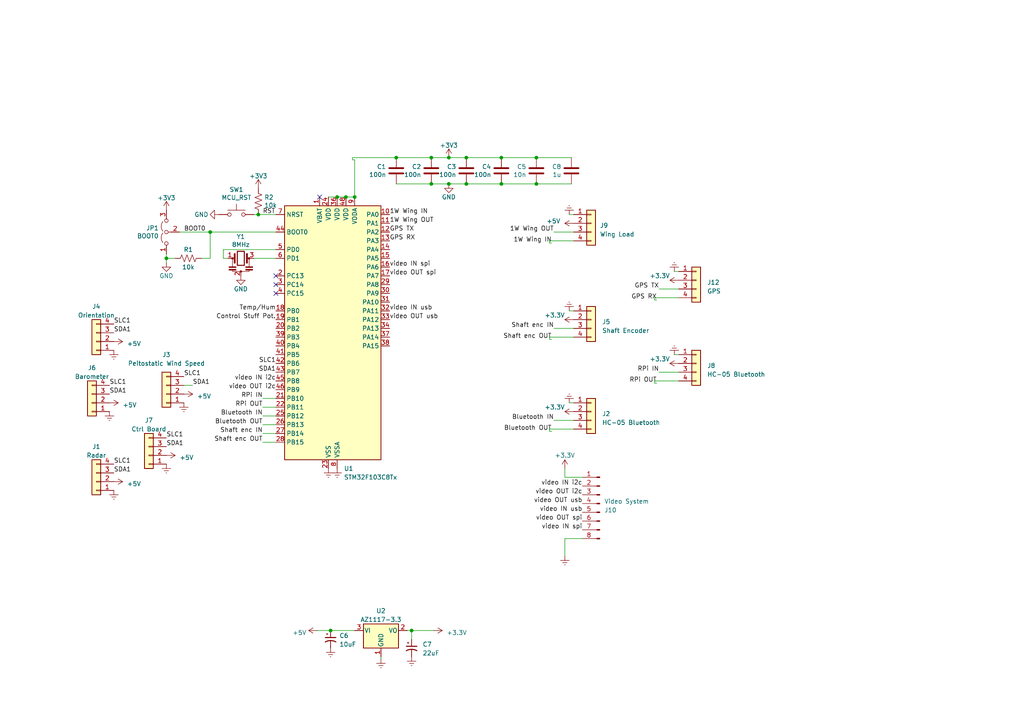
<source format=kicad_sch>
(kicad_sch (version 20230121) (generator eeschema)

  (uuid 05dcd89b-d83d-42c5-ac94-5a6e1b4ffac2)

  (paper "A4")

  (lib_symbols
    (symbol "+3.3V_1" (power) (pin_names (offset 0)) (in_bom yes) (on_board yes)
      (property "Reference" "#PWR" (at 0 -3.81 0)
        (effects (font (size 1.27 1.27)) hide)
      )
      (property "Value" "+3.3V_1" (at 0 3.556 0)
        (effects (font (size 1.27 1.27)))
      )
      (property "Footprint" "" (at 0 0 0)
        (effects (font (size 1.27 1.27)) hide)
      )
      (property "Datasheet" "" (at 0 0 0)
        (effects (font (size 1.27 1.27)) hide)
      )
      (property "ki_keywords" "global power" (at 0 0 0)
        (effects (font (size 1.27 1.27)) hide)
      )
      (property "ki_description" "Power symbol creates a global label with name \"+3.3V\"" (at 0 0 0)
        (effects (font (size 1.27 1.27)) hide)
      )
      (symbol "+3.3V_1_0_1"
        (polyline
          (pts
            (xy -0.762 1.27)
            (xy 0 2.54)
          )
          (stroke (width 0) (type default))
          (fill (type none))
        )
        (polyline
          (pts
            (xy 0 0)
            (xy 0 2.54)
          )
          (stroke (width 0) (type default))
          (fill (type none))
        )
        (polyline
          (pts
            (xy 0 2.54)
            (xy 0.762 1.27)
          )
          (stroke (width 0) (type default))
          (fill (type none))
        )
      )
      (symbol "+3.3V_1_1_1"
        (pin power_in line (at 0 0 90) (length 0) hide
          (name "+3.3V" (effects (font (size 1.27 1.27))))
          (number "1" (effects (font (size 1.27 1.27))))
        )
      )
    )
    (symbol "+3.3V_2" (power) (pin_names (offset 0)) (in_bom yes) (on_board yes)
      (property "Reference" "#PWR" (at 0 -3.81 0)
        (effects (font (size 1.27 1.27)) hide)
      )
      (property "Value" "+3.3V_2" (at 0 3.556 0)
        (effects (font (size 1.27 1.27)))
      )
      (property "Footprint" "" (at 0 0 0)
        (effects (font (size 1.27 1.27)) hide)
      )
      (property "Datasheet" "" (at 0 0 0)
        (effects (font (size 1.27 1.27)) hide)
      )
      (property "ki_keywords" "global power" (at 0 0 0)
        (effects (font (size 1.27 1.27)) hide)
      )
      (property "ki_description" "Power symbol creates a global label with name \"+3.3V\"" (at 0 0 0)
        (effects (font (size 1.27 1.27)) hide)
      )
      (symbol "+3.3V_2_0_1"
        (polyline
          (pts
            (xy -0.762 1.27)
            (xy 0 2.54)
          )
          (stroke (width 0) (type default))
          (fill (type none))
        )
        (polyline
          (pts
            (xy 0 0)
            (xy 0 2.54)
          )
          (stroke (width 0) (type default))
          (fill (type none))
        )
        (polyline
          (pts
            (xy 0 2.54)
            (xy 0.762 1.27)
          )
          (stroke (width 0) (type default))
          (fill (type none))
        )
      )
      (symbol "+3.3V_2_1_1"
        (pin power_in line (at 0 0 90) (length 0) hide
          (name "+3.3V" (effects (font (size 1.27 1.27))))
          (number "1" (effects (font (size 1.27 1.27))))
        )
      )
    )
    (symbol "+3.3V_3" (power) (pin_names (offset 0)) (in_bom yes) (on_board yes)
      (property "Reference" "#PWR" (at 0 -3.81 0)
        (effects (font (size 1.27 1.27)) hide)
      )
      (property "Value" "+3.3V_3" (at 0 3.556 0)
        (effects (font (size 1.27 1.27)))
      )
      (property "Footprint" "" (at 0 0 0)
        (effects (font (size 1.27 1.27)) hide)
      )
      (property "Datasheet" "" (at 0 0 0)
        (effects (font (size 1.27 1.27)) hide)
      )
      (property "ki_keywords" "global power" (at 0 0 0)
        (effects (font (size 1.27 1.27)) hide)
      )
      (property "ki_description" "Power symbol creates a global label with name \"+3.3V\"" (at 0 0 0)
        (effects (font (size 1.27 1.27)) hide)
      )
      (symbol "+3.3V_3_0_1"
        (polyline
          (pts
            (xy -0.762 1.27)
            (xy 0 2.54)
          )
          (stroke (width 0) (type default))
          (fill (type none))
        )
        (polyline
          (pts
            (xy 0 0)
            (xy 0 2.54)
          )
          (stroke (width 0) (type default))
          (fill (type none))
        )
        (polyline
          (pts
            (xy 0 2.54)
            (xy 0.762 1.27)
          )
          (stroke (width 0) (type default))
          (fill (type none))
        )
      )
      (symbol "+3.3V_3_1_1"
        (pin power_in line (at 0 0 90) (length 0) hide
          (name "+3.3V" (effects (font (size 1.27 1.27))))
          (number "1" (effects (font (size 1.27 1.27))))
        )
      )
    )
    (symbol "Connector:Conn_01x08_Pin" (pin_names (offset 1.016) hide) (in_bom yes) (on_board yes)
      (property "Reference" "J" (at 0 10.16 0)
        (effects (font (size 1.27 1.27)))
      )
      (property "Value" "Conn_01x08_Pin" (at 0 -12.7 0)
        (effects (font (size 1.27 1.27)))
      )
      (property "Footprint" "" (at 0 0 0)
        (effects (font (size 1.27 1.27)) hide)
      )
      (property "Datasheet" "~" (at 0 0 0)
        (effects (font (size 1.27 1.27)) hide)
      )
      (property "ki_locked" "" (at 0 0 0)
        (effects (font (size 1.27 1.27)))
      )
      (property "ki_keywords" "connector" (at 0 0 0)
        (effects (font (size 1.27 1.27)) hide)
      )
      (property "ki_description" "Generic connector, single row, 01x08, script generated" (at 0 0 0)
        (effects (font (size 1.27 1.27)) hide)
      )
      (property "ki_fp_filters" "Connector*:*_1x??_*" (at 0 0 0)
        (effects (font (size 1.27 1.27)) hide)
      )
      (symbol "Conn_01x08_Pin_1_1"
        (polyline
          (pts
            (xy 1.27 -10.16)
            (xy 0.8636 -10.16)
          )
          (stroke (width 0.1524) (type default))
          (fill (type none))
        )
        (polyline
          (pts
            (xy 1.27 -7.62)
            (xy 0.8636 -7.62)
          )
          (stroke (width 0.1524) (type default))
          (fill (type none))
        )
        (polyline
          (pts
            (xy 1.27 -5.08)
            (xy 0.8636 -5.08)
          )
          (stroke (width 0.1524) (type default))
          (fill (type none))
        )
        (polyline
          (pts
            (xy 1.27 -2.54)
            (xy 0.8636 -2.54)
          )
          (stroke (width 0.1524) (type default))
          (fill (type none))
        )
        (polyline
          (pts
            (xy 1.27 0)
            (xy 0.8636 0)
          )
          (stroke (width 0.1524) (type default))
          (fill (type none))
        )
        (polyline
          (pts
            (xy 1.27 2.54)
            (xy 0.8636 2.54)
          )
          (stroke (width 0.1524) (type default))
          (fill (type none))
        )
        (polyline
          (pts
            (xy 1.27 5.08)
            (xy 0.8636 5.08)
          )
          (stroke (width 0.1524) (type default))
          (fill (type none))
        )
        (polyline
          (pts
            (xy 1.27 7.62)
            (xy 0.8636 7.62)
          )
          (stroke (width 0.1524) (type default))
          (fill (type none))
        )
        (rectangle (start 0.8636 -10.033) (end 0 -10.287)
          (stroke (width 0.1524) (type default))
          (fill (type outline))
        )
        (rectangle (start 0.8636 -7.493) (end 0 -7.747)
          (stroke (width 0.1524) (type default))
          (fill (type outline))
        )
        (rectangle (start 0.8636 -4.953) (end 0 -5.207)
          (stroke (width 0.1524) (type default))
          (fill (type outline))
        )
        (rectangle (start 0.8636 -2.413) (end 0 -2.667)
          (stroke (width 0.1524) (type default))
          (fill (type outline))
        )
        (rectangle (start 0.8636 0.127) (end 0 -0.127)
          (stroke (width 0.1524) (type default))
          (fill (type outline))
        )
        (rectangle (start 0.8636 2.667) (end 0 2.413)
          (stroke (width 0.1524) (type default))
          (fill (type outline))
        )
        (rectangle (start 0.8636 5.207) (end 0 4.953)
          (stroke (width 0.1524) (type default))
          (fill (type outline))
        )
        (rectangle (start 0.8636 7.747) (end 0 7.493)
          (stroke (width 0.1524) (type default))
          (fill (type outline))
        )
        (pin passive line (at 5.08 7.62 180) (length 3.81)
          (name "Pin_1" (effects (font (size 1.27 1.27))))
          (number "1" (effects (font (size 1.27 1.27))))
        )
        (pin passive line (at 5.08 5.08 180) (length 3.81)
          (name "Pin_2" (effects (font (size 1.27 1.27))))
          (number "2" (effects (font (size 1.27 1.27))))
        )
        (pin passive line (at 5.08 2.54 180) (length 3.81)
          (name "Pin_3" (effects (font (size 1.27 1.27))))
          (number "3" (effects (font (size 1.27 1.27))))
        )
        (pin passive line (at 5.08 0 180) (length 3.81)
          (name "Pin_4" (effects (font (size 1.27 1.27))))
          (number "4" (effects (font (size 1.27 1.27))))
        )
        (pin passive line (at 5.08 -2.54 180) (length 3.81)
          (name "Pin_5" (effects (font (size 1.27 1.27))))
          (number "5" (effects (font (size 1.27 1.27))))
        )
        (pin passive line (at 5.08 -5.08 180) (length 3.81)
          (name "Pin_6" (effects (font (size 1.27 1.27))))
          (number "6" (effects (font (size 1.27 1.27))))
        )
        (pin passive line (at 5.08 -7.62 180) (length 3.81)
          (name "Pin_7" (effects (font (size 1.27 1.27))))
          (number "7" (effects (font (size 1.27 1.27))))
        )
        (pin passive line (at 5.08 -10.16 180) (length 3.81)
          (name "Pin_8" (effects (font (size 1.27 1.27))))
          (number "8" (effects (font (size 1.27 1.27))))
        )
      )
    )
    (symbol "Connector_Generic:Conn_01x04" (pin_names (offset 1.016) hide) (in_bom yes) (on_board yes)
      (property "Reference" "J" (at 0 5.08 0)
        (effects (font (size 1.27 1.27)))
      )
      (property "Value" "Conn_01x04" (at 0 -7.62 0)
        (effects (font (size 1.27 1.27)))
      )
      (property "Footprint" "" (at 0 0 0)
        (effects (font (size 1.27 1.27)) hide)
      )
      (property "Datasheet" "~" (at 0 0 0)
        (effects (font (size 1.27 1.27)) hide)
      )
      (property "ki_keywords" "connector" (at 0 0 0)
        (effects (font (size 1.27 1.27)) hide)
      )
      (property "ki_description" "Generic connector, single row, 01x04, script generated (kicad-library-utils/schlib/autogen/connector/)" (at 0 0 0)
        (effects (font (size 1.27 1.27)) hide)
      )
      (property "ki_fp_filters" "Connector*:*_1x??_*" (at 0 0 0)
        (effects (font (size 1.27 1.27)) hide)
      )
      (symbol "Conn_01x04_1_1"
        (rectangle (start -1.27 -4.953) (end 0 -5.207)
          (stroke (width 0.1524) (type default))
          (fill (type none))
        )
        (rectangle (start -1.27 -2.413) (end 0 -2.667)
          (stroke (width 0.1524) (type default))
          (fill (type none))
        )
        (rectangle (start -1.27 0.127) (end 0 -0.127)
          (stroke (width 0.1524) (type default))
          (fill (type none))
        )
        (rectangle (start -1.27 2.667) (end 0 2.413)
          (stroke (width 0.1524) (type default))
          (fill (type none))
        )
        (rectangle (start -1.27 3.81) (end 1.27 -6.35)
          (stroke (width 0.254) (type default))
          (fill (type background))
        )
        (pin passive line (at -5.08 2.54 0) (length 3.81)
          (name "Pin_1" (effects (font (size 1.27 1.27))))
          (number "1" (effects (font (size 1.27 1.27))))
        )
        (pin passive line (at -5.08 0 0) (length 3.81)
          (name "Pin_2" (effects (font (size 1.27 1.27))))
          (number "2" (effects (font (size 1.27 1.27))))
        )
        (pin passive line (at -5.08 -2.54 0) (length 3.81)
          (name "Pin_3" (effects (font (size 1.27 1.27))))
          (number "3" (effects (font (size 1.27 1.27))))
        )
        (pin passive line (at -5.08 -5.08 0) (length 3.81)
          (name "Pin_4" (effects (font (size 1.27 1.27))))
          (number "4" (effects (font (size 1.27 1.27))))
        )
      )
    )
    (symbol "Device:C" (pin_numbers hide) (pin_names (offset 0.254)) (in_bom yes) (on_board yes)
      (property "Reference" "C" (at 0.635 2.54 0)
        (effects (font (size 1.27 1.27)) (justify left))
      )
      (property "Value" "C" (at 0.635 -2.54 0)
        (effects (font (size 1.27 1.27)) (justify left))
      )
      (property "Footprint" "" (at 0.9652 -3.81 0)
        (effects (font (size 1.27 1.27)) hide)
      )
      (property "Datasheet" "~" (at 0 0 0)
        (effects (font (size 1.27 1.27)) hide)
      )
      (property "ki_keywords" "cap capacitor" (at 0 0 0)
        (effects (font (size 1.27 1.27)) hide)
      )
      (property "ki_description" "Unpolarized capacitor" (at 0 0 0)
        (effects (font (size 1.27 1.27)) hide)
      )
      (property "ki_fp_filters" "C_*" (at 0 0 0)
        (effects (font (size 1.27 1.27)) hide)
      )
      (symbol "C_0_1"
        (polyline
          (pts
            (xy -2.032 -0.762)
            (xy 2.032 -0.762)
          )
          (stroke (width 0.508) (type default))
          (fill (type none))
        )
        (polyline
          (pts
            (xy -2.032 0.762)
            (xy 2.032 0.762)
          )
          (stroke (width 0.508) (type default))
          (fill (type none))
        )
      )
      (symbol "C_1_1"
        (pin passive line (at 0 3.81 270) (length 2.794)
          (name "~" (effects (font (size 1.27 1.27))))
          (number "1" (effects (font (size 1.27 1.27))))
        )
        (pin passive line (at 0 -3.81 90) (length 2.794)
          (name "~" (effects (font (size 1.27 1.27))))
          (number "2" (effects (font (size 1.27 1.27))))
        )
      )
    )
    (symbol "Device:C_Polarized_Small_US" (pin_numbers hide) (pin_names (offset 0.254) hide) (in_bom yes) (on_board yes)
      (property "Reference" "C" (at 0.254 1.778 0)
        (effects (font (size 1.27 1.27)) (justify left))
      )
      (property "Value" "C_Polarized_Small_US" (at 0.254 -2.032 0)
        (effects (font (size 1.27 1.27)) (justify left))
      )
      (property "Footprint" "" (at 0 0 0)
        (effects (font (size 1.27 1.27)) hide)
      )
      (property "Datasheet" "~" (at 0 0 0)
        (effects (font (size 1.27 1.27)) hide)
      )
      (property "ki_keywords" "cap capacitor" (at 0 0 0)
        (effects (font (size 1.27 1.27)) hide)
      )
      (property "ki_description" "Polarized capacitor, small US symbol" (at 0 0 0)
        (effects (font (size 1.27 1.27)) hide)
      )
      (property "ki_fp_filters" "CP_*" (at 0 0 0)
        (effects (font (size 1.27 1.27)) hide)
      )
      (symbol "C_Polarized_Small_US_0_1"
        (polyline
          (pts
            (xy -1.524 0.508)
            (xy 1.524 0.508)
          )
          (stroke (width 0.3048) (type default))
          (fill (type none))
        )
        (polyline
          (pts
            (xy -1.27 1.524)
            (xy -0.762 1.524)
          )
          (stroke (width 0) (type default))
          (fill (type none))
        )
        (polyline
          (pts
            (xy -1.016 1.27)
            (xy -1.016 1.778)
          )
          (stroke (width 0) (type default))
          (fill (type none))
        )
        (arc (start 1.524 -0.762) (mid 0 -0.3734) (end -1.524 -0.762)
          (stroke (width 0.3048) (type default))
          (fill (type none))
        )
      )
      (symbol "C_Polarized_Small_US_1_1"
        (pin passive line (at 0 2.54 270) (length 2.032)
          (name "~" (effects (font (size 1.27 1.27))))
          (number "1" (effects (font (size 1.27 1.27))))
        )
        (pin passive line (at 0 -2.54 90) (length 2.032)
          (name "~" (effects (font (size 1.27 1.27))))
          (number "2" (effects (font (size 1.27 1.27))))
        )
      )
    )
    (symbol "Device:R_US" (pin_numbers hide) (pin_names (offset 0)) (in_bom yes) (on_board yes)
      (property "Reference" "R" (at 2.54 0 90)
        (effects (font (size 1.27 1.27)))
      )
      (property "Value" "R_US" (at -2.54 0 90)
        (effects (font (size 1.27 1.27)))
      )
      (property "Footprint" "" (at 1.016 -0.254 90)
        (effects (font (size 1.27 1.27)) hide)
      )
      (property "Datasheet" "~" (at 0 0 0)
        (effects (font (size 1.27 1.27)) hide)
      )
      (property "ki_keywords" "R res resistor" (at 0 0 0)
        (effects (font (size 1.27 1.27)) hide)
      )
      (property "ki_description" "Resistor, US symbol" (at 0 0 0)
        (effects (font (size 1.27 1.27)) hide)
      )
      (property "ki_fp_filters" "R_*" (at 0 0 0)
        (effects (font (size 1.27 1.27)) hide)
      )
      (symbol "R_US_0_1"
        (polyline
          (pts
            (xy 0 -2.286)
            (xy 0 -2.54)
          )
          (stroke (width 0) (type default))
          (fill (type none))
        )
        (polyline
          (pts
            (xy 0 2.286)
            (xy 0 2.54)
          )
          (stroke (width 0) (type default))
          (fill (type none))
        )
        (polyline
          (pts
            (xy 0 -0.762)
            (xy 1.016 -1.143)
            (xy 0 -1.524)
            (xy -1.016 -1.905)
            (xy 0 -2.286)
          )
          (stroke (width 0) (type default))
          (fill (type none))
        )
        (polyline
          (pts
            (xy 0 0.762)
            (xy 1.016 0.381)
            (xy 0 0)
            (xy -1.016 -0.381)
            (xy 0 -0.762)
          )
          (stroke (width 0) (type default))
          (fill (type none))
        )
        (polyline
          (pts
            (xy 0 2.286)
            (xy 1.016 1.905)
            (xy 0 1.524)
            (xy -1.016 1.143)
            (xy 0 0.762)
          )
          (stroke (width 0) (type default))
          (fill (type none))
        )
      )
      (symbol "R_US_1_1"
        (pin passive line (at 0 3.81 270) (length 1.27)
          (name "~" (effects (font (size 1.27 1.27))))
          (number "1" (effects (font (size 1.27 1.27))))
        )
        (pin passive line (at 0 -3.81 90) (length 1.27)
          (name "~" (effects (font (size 1.27 1.27))))
          (number "2" (effects (font (size 1.27 1.27))))
        )
      )
    )
    (symbol "Device:Resonator" (pin_names (offset 1.016) hide) (in_bom yes) (on_board yes)
      (property "Reference" "Y" (at 0 5.715 0)
        (effects (font (size 1.27 1.27)))
      )
      (property "Value" "Resonator" (at 0 3.81 0)
        (effects (font (size 1.27 1.27)))
      )
      (property "Footprint" "" (at -0.635 0 0)
        (effects (font (size 1.27 1.27)) hide)
      )
      (property "Datasheet" "~" (at -0.635 0 0)
        (effects (font (size 1.27 1.27)) hide)
      )
      (property "ki_keywords" "ceramic resonator" (at 0 0 0)
        (effects (font (size 1.27 1.27)) hide)
      )
      (property "ki_description" "Three pin ceramic resonator" (at 0 0 0)
        (effects (font (size 1.27 1.27)) hide)
      )
      (property "ki_fp_filters" "Filter* Resonator*" (at 0 0 0)
        (effects (font (size 1.27 1.27)) hide)
      )
      (symbol "Resonator_0_1"
        (rectangle (start -3.429 -3.175) (end -1.397 -3.429)
          (stroke (width 0) (type default))
          (fill (type outline))
        )
        (rectangle (start -3.429 -2.413) (end -1.397 -2.667)
          (stroke (width 0) (type default))
          (fill (type outline))
        )
        (circle (center -2.413 0) (radius 0.254)
          (stroke (width 0) (type default))
          (fill (type outline))
        )
        (rectangle (start -1.016 2.032) (end 1.016 -2.032)
          (stroke (width 0.3048) (type default))
          (fill (type none))
        )
        (circle (center 0 -3.81) (radius 0.254)
          (stroke (width 0) (type default))
          (fill (type outline))
        )
        (polyline
          (pts
            (xy -2.413 -2.413)
            (xy -2.413 0)
          )
          (stroke (width 0) (type default))
          (fill (type none))
        )
        (polyline
          (pts
            (xy -1.905 0)
            (xy -3.175 0)
          )
          (stroke (width 0) (type default))
          (fill (type none))
        )
        (polyline
          (pts
            (xy -1.778 -1.27)
            (xy -1.778 1.27)
          )
          (stroke (width 0.508) (type default))
          (fill (type none))
        )
        (polyline
          (pts
            (xy 1.778 -1.27)
            (xy 1.778 1.27)
          )
          (stroke (width 0.508) (type default))
          (fill (type none))
        )
        (polyline
          (pts
            (xy 1.905 0)
            (xy 2.54 0)
          )
          (stroke (width 0) (type default))
          (fill (type none))
        )
        (polyline
          (pts
            (xy 2.413 0)
            (xy 2.413 -2.54)
          )
          (stroke (width 0) (type default))
          (fill (type none))
        )
        (polyline
          (pts
            (xy 2.413 -3.302)
            (xy 2.413 -3.81)
            (xy -2.413 -3.81)
            (xy -2.413 -3.302)
          )
          (stroke (width 0) (type default))
          (fill (type none))
        )
        (rectangle (start 1.397 -3.175) (end 3.429 -3.429)
          (stroke (width 0) (type default))
          (fill (type outline))
        )
        (rectangle (start 1.397 -2.413) (end 3.429 -2.667)
          (stroke (width 0) (type default))
          (fill (type outline))
        )
        (circle (center 2.413 0) (radius 0.254)
          (stroke (width 0) (type default))
          (fill (type outline))
        )
      )
      (symbol "Resonator_1_1"
        (pin passive line (at -3.81 0 0) (length 1.27)
          (name "1" (effects (font (size 1.27 1.27))))
          (number "1" (effects (font (size 1.27 1.27))))
        )
        (pin passive line (at 0 -5.08 90) (length 1.27)
          (name "2" (effects (font (size 1.27 1.27))))
          (number "2" (effects (font (size 1.27 1.27))))
        )
        (pin passive line (at 3.81 0 180) (length 1.27)
          (name "3" (effects (font (size 1.27 1.27))))
          (number "3" (effects (font (size 1.27 1.27))))
        )
      )
    )
    (symbol "Jumper:Jumper_3_Open" (pin_names (offset 0) hide) (in_bom yes) (on_board yes)
      (property "Reference" "JP" (at -2.54 -2.54 0)
        (effects (font (size 1.27 1.27)))
      )
      (property "Value" "Jumper_3_Open" (at 0 2.794 0)
        (effects (font (size 1.27 1.27)))
      )
      (property "Footprint" "" (at 0 0 0)
        (effects (font (size 1.27 1.27)) hide)
      )
      (property "Datasheet" "~" (at 0 0 0)
        (effects (font (size 1.27 1.27)) hide)
      )
      (property "ki_keywords" "Jumper SPDT" (at 0 0 0)
        (effects (font (size 1.27 1.27)) hide)
      )
      (property "ki_description" "Jumper, 3-pole, both open" (at 0 0 0)
        (effects (font (size 1.27 1.27)) hide)
      )
      (property "ki_fp_filters" "Jumper* TestPoint*3Pads* TestPoint*Bridge*" (at 0 0 0)
        (effects (font (size 1.27 1.27)) hide)
      )
      (symbol "Jumper_3_Open_0_0"
        (circle (center -3.302 0) (radius 0.508)
          (stroke (width 0) (type default))
          (fill (type none))
        )
        (circle (center 0 0) (radius 0.508)
          (stroke (width 0) (type default))
          (fill (type none))
        )
        (circle (center 3.302 0) (radius 0.508)
          (stroke (width 0) (type default))
          (fill (type none))
        )
      )
      (symbol "Jumper_3_Open_0_1"
        (arc (start -0.254 1.016) (mid -1.651 1.4992) (end -3.048 1.016)
          (stroke (width 0) (type default))
          (fill (type none))
        )
        (polyline
          (pts
            (xy 0 -0.508)
            (xy 0 -1.27)
          )
          (stroke (width 0) (type default))
          (fill (type none))
        )
        (arc (start 3.048 1.016) (mid 1.651 1.4992) (end 0.254 1.016)
          (stroke (width 0) (type default))
          (fill (type none))
        )
      )
      (symbol "Jumper_3_Open_1_1"
        (pin passive line (at -6.35 0 0) (length 2.54)
          (name "A" (effects (font (size 1.27 1.27))))
          (number "1" (effects (font (size 1.27 1.27))))
        )
        (pin passive line (at 0 -3.81 90) (length 2.54)
          (name "C" (effects (font (size 1.27 1.27))))
          (number "2" (effects (font (size 1.27 1.27))))
        )
        (pin passive line (at 6.35 0 180) (length 2.54)
          (name "B" (effects (font (size 1.27 1.27))))
          (number "3" (effects (font (size 1.27 1.27))))
        )
      )
    )
    (symbol "MCU_ST_STM32F1:STM32F103C8Tx" (in_bom yes) (on_board yes)
      (property "Reference" "U" (at -12.7 39.37 0)
        (effects (font (size 1.27 1.27)) (justify left))
      )
      (property "Value" "STM32F103C8Tx" (at 10.16 39.37 0)
        (effects (font (size 1.27 1.27)) (justify left))
      )
      (property "Footprint" "Package_QFP:LQFP-48_7x7mm_P0.5mm" (at -12.7 -35.56 0)
        (effects (font (size 1.27 1.27)) (justify right) hide)
      )
      (property "Datasheet" "https://www.st.com/resource/en/datasheet/stm32f103c8.pdf" (at 0 0 0)
        (effects (font (size 1.27 1.27)) hide)
      )
      (property "ki_locked" "" (at 0 0 0)
        (effects (font (size 1.27 1.27)))
      )
      (property "ki_keywords" "Arm Cortex-M3 STM32F1 STM32F103" (at 0 0 0)
        (effects (font (size 1.27 1.27)) hide)
      )
      (property "ki_description" "STMicroelectronics Arm Cortex-M3 MCU, 64KB flash, 20KB RAM, 72 MHz, 2.0-3.6V, 37 GPIO, LQFP48" (at 0 0 0)
        (effects (font (size 1.27 1.27)) hide)
      )
      (property "ki_fp_filters" "LQFP*7x7mm*P0.5mm*" (at 0 0 0)
        (effects (font (size 1.27 1.27)) hide)
      )
      (symbol "STM32F103C8Tx_0_1"
        (rectangle (start -12.7 -35.56) (end 15.24 38.1)
          (stroke (width 0.254) (type default))
          (fill (type background))
        )
      )
      (symbol "STM32F103C8Tx_1_1"
        (pin power_in line (at -2.54 40.64 270) (length 2.54)
          (name "VBAT" (effects (font (size 1.27 1.27))))
          (number "1" (effects (font (size 1.27 1.27))))
        )
        (pin bidirectional line (at 17.78 35.56 180) (length 2.54)
          (name "PA0" (effects (font (size 1.27 1.27))))
          (number "10" (effects (font (size 1.27 1.27))))
          (alternate "ADC1_IN0" bidirectional line)
          (alternate "ADC2_IN0" bidirectional line)
          (alternate "SYS_WKUP" bidirectional line)
          (alternate "TIM2_CH1" bidirectional line)
          (alternate "TIM2_ETR" bidirectional line)
          (alternate "USART2_CTS" bidirectional line)
        )
        (pin bidirectional line (at 17.78 33.02 180) (length 2.54)
          (name "PA1" (effects (font (size 1.27 1.27))))
          (number "11" (effects (font (size 1.27 1.27))))
          (alternate "ADC1_IN1" bidirectional line)
          (alternate "ADC2_IN1" bidirectional line)
          (alternate "TIM2_CH2" bidirectional line)
          (alternate "USART2_RTS" bidirectional line)
        )
        (pin bidirectional line (at 17.78 30.48 180) (length 2.54)
          (name "PA2" (effects (font (size 1.27 1.27))))
          (number "12" (effects (font (size 1.27 1.27))))
          (alternate "ADC1_IN2" bidirectional line)
          (alternate "ADC2_IN2" bidirectional line)
          (alternate "TIM2_CH3" bidirectional line)
          (alternate "USART2_TX" bidirectional line)
        )
        (pin bidirectional line (at 17.78 27.94 180) (length 2.54)
          (name "PA3" (effects (font (size 1.27 1.27))))
          (number "13" (effects (font (size 1.27 1.27))))
          (alternate "ADC1_IN3" bidirectional line)
          (alternate "ADC2_IN3" bidirectional line)
          (alternate "TIM2_CH4" bidirectional line)
          (alternate "USART2_RX" bidirectional line)
        )
        (pin bidirectional line (at 17.78 25.4 180) (length 2.54)
          (name "PA4" (effects (font (size 1.27 1.27))))
          (number "14" (effects (font (size 1.27 1.27))))
          (alternate "ADC1_IN4" bidirectional line)
          (alternate "ADC2_IN4" bidirectional line)
          (alternate "SPI1_NSS" bidirectional line)
          (alternate "USART2_CK" bidirectional line)
        )
        (pin bidirectional line (at 17.78 22.86 180) (length 2.54)
          (name "PA5" (effects (font (size 1.27 1.27))))
          (number "15" (effects (font (size 1.27 1.27))))
          (alternate "ADC1_IN5" bidirectional line)
          (alternate "ADC2_IN5" bidirectional line)
          (alternate "SPI1_SCK" bidirectional line)
        )
        (pin bidirectional line (at 17.78 20.32 180) (length 2.54)
          (name "PA6" (effects (font (size 1.27 1.27))))
          (number "16" (effects (font (size 1.27 1.27))))
          (alternate "ADC1_IN6" bidirectional line)
          (alternate "ADC2_IN6" bidirectional line)
          (alternate "SPI1_MISO" bidirectional line)
          (alternate "TIM1_BKIN" bidirectional line)
          (alternate "TIM3_CH1" bidirectional line)
        )
        (pin bidirectional line (at 17.78 17.78 180) (length 2.54)
          (name "PA7" (effects (font (size 1.27 1.27))))
          (number "17" (effects (font (size 1.27 1.27))))
          (alternate "ADC1_IN7" bidirectional line)
          (alternate "ADC2_IN7" bidirectional line)
          (alternate "SPI1_MOSI" bidirectional line)
          (alternate "TIM1_CH1N" bidirectional line)
          (alternate "TIM3_CH2" bidirectional line)
        )
        (pin bidirectional line (at -15.24 7.62 0) (length 2.54)
          (name "PB0" (effects (font (size 1.27 1.27))))
          (number "18" (effects (font (size 1.27 1.27))))
          (alternate "ADC1_IN8" bidirectional line)
          (alternate "ADC2_IN8" bidirectional line)
          (alternate "TIM1_CH2N" bidirectional line)
          (alternate "TIM3_CH3" bidirectional line)
        )
        (pin bidirectional line (at -15.24 5.08 0) (length 2.54)
          (name "PB1" (effects (font (size 1.27 1.27))))
          (number "19" (effects (font (size 1.27 1.27))))
          (alternate "ADC1_IN9" bidirectional line)
          (alternate "ADC2_IN9" bidirectional line)
          (alternate "TIM1_CH3N" bidirectional line)
          (alternate "TIM3_CH4" bidirectional line)
        )
        (pin bidirectional line (at -15.24 17.78 0) (length 2.54)
          (name "PC13" (effects (font (size 1.27 1.27))))
          (number "2" (effects (font (size 1.27 1.27))))
          (alternate "RTC_OUT" bidirectional line)
          (alternate "RTC_TAMPER" bidirectional line)
        )
        (pin bidirectional line (at -15.24 2.54 0) (length 2.54)
          (name "PB2" (effects (font (size 1.27 1.27))))
          (number "20" (effects (font (size 1.27 1.27))))
        )
        (pin bidirectional line (at -15.24 -17.78 0) (length 2.54)
          (name "PB10" (effects (font (size 1.27 1.27))))
          (number "21" (effects (font (size 1.27 1.27))))
          (alternate "I2C2_SCL" bidirectional line)
          (alternate "TIM2_CH3" bidirectional line)
          (alternate "USART3_TX" bidirectional line)
        )
        (pin bidirectional line (at -15.24 -20.32 0) (length 2.54)
          (name "PB11" (effects (font (size 1.27 1.27))))
          (number "22" (effects (font (size 1.27 1.27))))
          (alternate "ADC1_EXTI11" bidirectional line)
          (alternate "ADC2_EXTI11" bidirectional line)
          (alternate "I2C2_SDA" bidirectional line)
          (alternate "TIM2_CH4" bidirectional line)
          (alternate "USART3_RX" bidirectional line)
        )
        (pin power_in line (at 0 -38.1 90) (length 2.54)
          (name "VSS" (effects (font (size 1.27 1.27))))
          (number "23" (effects (font (size 1.27 1.27))))
        )
        (pin power_in line (at 0 40.64 270) (length 2.54)
          (name "VDD" (effects (font (size 1.27 1.27))))
          (number "24" (effects (font (size 1.27 1.27))))
        )
        (pin bidirectional line (at -15.24 -22.86 0) (length 2.54)
          (name "PB12" (effects (font (size 1.27 1.27))))
          (number "25" (effects (font (size 1.27 1.27))))
          (alternate "I2C2_SMBA" bidirectional line)
          (alternate "SPI2_NSS" bidirectional line)
          (alternate "TIM1_BKIN" bidirectional line)
          (alternate "USART3_CK" bidirectional line)
        )
        (pin bidirectional line (at -15.24 -25.4 0) (length 2.54)
          (name "PB13" (effects (font (size 1.27 1.27))))
          (number "26" (effects (font (size 1.27 1.27))))
          (alternate "SPI2_SCK" bidirectional line)
          (alternate "TIM1_CH1N" bidirectional line)
          (alternate "USART3_CTS" bidirectional line)
        )
        (pin bidirectional line (at -15.24 -27.94 0) (length 2.54)
          (name "PB14" (effects (font (size 1.27 1.27))))
          (number "27" (effects (font (size 1.27 1.27))))
          (alternate "SPI2_MISO" bidirectional line)
          (alternate "TIM1_CH2N" bidirectional line)
          (alternate "USART3_RTS" bidirectional line)
        )
        (pin bidirectional line (at -15.24 -30.48 0) (length 2.54)
          (name "PB15" (effects (font (size 1.27 1.27))))
          (number "28" (effects (font (size 1.27 1.27))))
          (alternate "ADC1_EXTI15" bidirectional line)
          (alternate "ADC2_EXTI15" bidirectional line)
          (alternate "SPI2_MOSI" bidirectional line)
          (alternate "TIM1_CH3N" bidirectional line)
        )
        (pin bidirectional line (at 17.78 15.24 180) (length 2.54)
          (name "PA8" (effects (font (size 1.27 1.27))))
          (number "29" (effects (font (size 1.27 1.27))))
          (alternate "RCC_MCO" bidirectional line)
          (alternate "TIM1_CH1" bidirectional line)
          (alternate "USART1_CK" bidirectional line)
        )
        (pin bidirectional line (at -15.24 15.24 0) (length 2.54)
          (name "PC14" (effects (font (size 1.27 1.27))))
          (number "3" (effects (font (size 1.27 1.27))))
          (alternate "RCC_OSC32_IN" bidirectional line)
        )
        (pin bidirectional line (at 17.78 12.7 180) (length 2.54)
          (name "PA9" (effects (font (size 1.27 1.27))))
          (number "30" (effects (font (size 1.27 1.27))))
          (alternate "TIM1_CH2" bidirectional line)
          (alternate "USART1_TX" bidirectional line)
        )
        (pin bidirectional line (at 17.78 10.16 180) (length 2.54)
          (name "PA10" (effects (font (size 1.27 1.27))))
          (number "31" (effects (font (size 1.27 1.27))))
          (alternate "TIM1_CH3" bidirectional line)
          (alternate "USART1_RX" bidirectional line)
        )
        (pin bidirectional line (at 17.78 7.62 180) (length 2.54)
          (name "PA11" (effects (font (size 1.27 1.27))))
          (number "32" (effects (font (size 1.27 1.27))))
          (alternate "ADC1_EXTI11" bidirectional line)
          (alternate "ADC2_EXTI11" bidirectional line)
          (alternate "CAN_RX" bidirectional line)
          (alternate "TIM1_CH4" bidirectional line)
          (alternate "USART1_CTS" bidirectional line)
          (alternate "USB_DM" bidirectional line)
        )
        (pin bidirectional line (at 17.78 5.08 180) (length 2.54)
          (name "PA12" (effects (font (size 1.27 1.27))))
          (number "33" (effects (font (size 1.27 1.27))))
          (alternate "CAN_TX" bidirectional line)
          (alternate "TIM1_ETR" bidirectional line)
          (alternate "USART1_RTS" bidirectional line)
          (alternate "USB_DP" bidirectional line)
        )
        (pin bidirectional line (at 17.78 2.54 180) (length 2.54)
          (name "PA13" (effects (font (size 1.27 1.27))))
          (number "34" (effects (font (size 1.27 1.27))))
          (alternate "SYS_JTMS-SWDIO" bidirectional line)
        )
        (pin passive line (at 0 -38.1 90) (length 2.54) hide
          (name "VSS" (effects (font (size 1.27 1.27))))
          (number "35" (effects (font (size 1.27 1.27))))
        )
        (pin power_in line (at 2.54 40.64 270) (length 2.54)
          (name "VDD" (effects (font (size 1.27 1.27))))
          (number "36" (effects (font (size 1.27 1.27))))
        )
        (pin bidirectional line (at 17.78 0 180) (length 2.54)
          (name "PA14" (effects (font (size 1.27 1.27))))
          (number "37" (effects (font (size 1.27 1.27))))
          (alternate "SYS_JTCK-SWCLK" bidirectional line)
        )
        (pin bidirectional line (at 17.78 -2.54 180) (length 2.54)
          (name "PA15" (effects (font (size 1.27 1.27))))
          (number "38" (effects (font (size 1.27 1.27))))
          (alternate "ADC1_EXTI15" bidirectional line)
          (alternate "ADC2_EXTI15" bidirectional line)
          (alternate "SPI1_NSS" bidirectional line)
          (alternate "SYS_JTDI" bidirectional line)
          (alternate "TIM2_CH1" bidirectional line)
          (alternate "TIM2_ETR" bidirectional line)
        )
        (pin bidirectional line (at -15.24 0 0) (length 2.54)
          (name "PB3" (effects (font (size 1.27 1.27))))
          (number "39" (effects (font (size 1.27 1.27))))
          (alternate "SPI1_SCK" bidirectional line)
          (alternate "SYS_JTDO-TRACESWO" bidirectional line)
          (alternate "TIM2_CH2" bidirectional line)
        )
        (pin bidirectional line (at -15.24 12.7 0) (length 2.54)
          (name "PC15" (effects (font (size 1.27 1.27))))
          (number "4" (effects (font (size 1.27 1.27))))
          (alternate "ADC1_EXTI15" bidirectional line)
          (alternate "ADC2_EXTI15" bidirectional line)
          (alternate "RCC_OSC32_OUT" bidirectional line)
        )
        (pin bidirectional line (at -15.24 -2.54 0) (length 2.54)
          (name "PB4" (effects (font (size 1.27 1.27))))
          (number "40" (effects (font (size 1.27 1.27))))
          (alternate "SPI1_MISO" bidirectional line)
          (alternate "SYS_NJTRST" bidirectional line)
          (alternate "TIM3_CH1" bidirectional line)
        )
        (pin bidirectional line (at -15.24 -5.08 0) (length 2.54)
          (name "PB5" (effects (font (size 1.27 1.27))))
          (number "41" (effects (font (size 1.27 1.27))))
          (alternate "I2C1_SMBA" bidirectional line)
          (alternate "SPI1_MOSI" bidirectional line)
          (alternate "TIM3_CH2" bidirectional line)
        )
        (pin bidirectional line (at -15.24 -7.62 0) (length 2.54)
          (name "PB6" (effects (font (size 1.27 1.27))))
          (number "42" (effects (font (size 1.27 1.27))))
          (alternate "I2C1_SCL" bidirectional line)
          (alternate "TIM4_CH1" bidirectional line)
          (alternate "USART1_TX" bidirectional line)
        )
        (pin bidirectional line (at -15.24 -10.16 0) (length 2.54)
          (name "PB7" (effects (font (size 1.27 1.27))))
          (number "43" (effects (font (size 1.27 1.27))))
          (alternate "I2C1_SDA" bidirectional line)
          (alternate "TIM4_CH2" bidirectional line)
          (alternate "USART1_RX" bidirectional line)
        )
        (pin input line (at -15.24 30.48 0) (length 2.54)
          (name "BOOT0" (effects (font (size 1.27 1.27))))
          (number "44" (effects (font (size 1.27 1.27))))
        )
        (pin bidirectional line (at -15.24 -12.7 0) (length 2.54)
          (name "PB8" (effects (font (size 1.27 1.27))))
          (number "45" (effects (font (size 1.27 1.27))))
          (alternate "CAN_RX" bidirectional line)
          (alternate "I2C1_SCL" bidirectional line)
          (alternate "TIM4_CH3" bidirectional line)
        )
        (pin bidirectional line (at -15.24 -15.24 0) (length 2.54)
          (name "PB9" (effects (font (size 1.27 1.27))))
          (number "46" (effects (font (size 1.27 1.27))))
          (alternate "CAN_TX" bidirectional line)
          (alternate "I2C1_SDA" bidirectional line)
          (alternate "TIM4_CH4" bidirectional line)
        )
        (pin passive line (at 0 -38.1 90) (length 2.54) hide
          (name "VSS" (effects (font (size 1.27 1.27))))
          (number "47" (effects (font (size 1.27 1.27))))
        )
        (pin power_in line (at 5.08 40.64 270) (length 2.54)
          (name "VDD" (effects (font (size 1.27 1.27))))
          (number "48" (effects (font (size 1.27 1.27))))
        )
        (pin bidirectional line (at -15.24 25.4 0) (length 2.54)
          (name "PD0" (effects (font (size 1.27 1.27))))
          (number "5" (effects (font (size 1.27 1.27))))
          (alternate "RCC_OSC_IN" bidirectional line)
        )
        (pin bidirectional line (at -15.24 22.86 0) (length 2.54)
          (name "PD1" (effects (font (size 1.27 1.27))))
          (number "6" (effects (font (size 1.27 1.27))))
          (alternate "RCC_OSC_OUT" bidirectional line)
        )
        (pin input line (at -15.24 35.56 0) (length 2.54)
          (name "NRST" (effects (font (size 1.27 1.27))))
          (number "7" (effects (font (size 1.27 1.27))))
        )
        (pin power_in line (at 2.54 -38.1 90) (length 2.54)
          (name "VSSA" (effects (font (size 1.27 1.27))))
          (number "8" (effects (font (size 1.27 1.27))))
        )
        (pin power_in line (at 7.62 40.64 270) (length 2.54)
          (name "VDDA" (effects (font (size 1.27 1.27))))
          (number "9" (effects (font (size 1.27 1.27))))
        )
      )
    )
    (symbol "Regulator_Linear:AZ1117-3.3" (pin_names (offset 0.254)) (in_bom yes) (on_board yes)
      (property "Reference" "U" (at -3.81 3.175 0)
        (effects (font (size 1.27 1.27)))
      )
      (property "Value" "AZ1117-3.3" (at 0 3.175 0)
        (effects (font (size 1.27 1.27)) (justify left))
      )
      (property "Footprint" "" (at 0 6.35 0)
        (effects (font (size 1.27 1.27) italic) hide)
      )
      (property "Datasheet" "https://www.diodes.com/assets/Datasheets/AZ1117.pdf" (at 0 0 0)
        (effects (font (size 1.27 1.27)) hide)
      )
      (property "ki_keywords" "Fixed Voltage Regulator 1A Positive LDO" (at 0 0 0)
        (effects (font (size 1.27 1.27)) hide)
      )
      (property "ki_description" "1A 20V Fixed LDO Linear Regulator, 3.3V, SOT-89/SOT-223/TO-220/TO-252/TO-263" (at 0 0 0)
        (effects (font (size 1.27 1.27)) hide)
      )
      (property "ki_fp_filters" "SOT?223* SOT?89* TO?220* TO?252* TO?263*" (at 0 0 0)
        (effects (font (size 1.27 1.27)) hide)
      )
      (symbol "AZ1117-3.3_0_1"
        (rectangle (start -5.08 1.905) (end 5.08 -5.08)
          (stroke (width 0.254) (type default))
          (fill (type background))
        )
      )
      (symbol "AZ1117-3.3_1_1"
        (pin power_in line (at 0 -7.62 90) (length 2.54)
          (name "GND" (effects (font (size 1.27 1.27))))
          (number "1" (effects (font (size 1.27 1.27))))
        )
        (pin power_out line (at 7.62 0 180) (length 2.54)
          (name "VO" (effects (font (size 1.27 1.27))))
          (number "2" (effects (font (size 1.27 1.27))))
        )
        (pin power_in line (at -7.62 0 0) (length 2.54)
          (name "VI" (effects (font (size 1.27 1.27))))
          (number "3" (effects (font (size 1.27 1.27))))
        )
      )
    )
    (symbol "Switch:SW_Push" (pin_numbers hide) (pin_names (offset 1.016) hide) (in_bom yes) (on_board yes)
      (property "Reference" "SW" (at 1.27 2.54 0)
        (effects (font (size 1.27 1.27)) (justify left))
      )
      (property "Value" "SW_Push" (at 0 -1.524 0)
        (effects (font (size 1.27 1.27)))
      )
      (property "Footprint" "" (at 0 5.08 0)
        (effects (font (size 1.27 1.27)) hide)
      )
      (property "Datasheet" "~" (at 0 5.08 0)
        (effects (font (size 1.27 1.27)) hide)
      )
      (property "ki_keywords" "switch normally-open pushbutton push-button" (at 0 0 0)
        (effects (font (size 1.27 1.27)) hide)
      )
      (property "ki_description" "Push button switch, generic, two pins" (at 0 0 0)
        (effects (font (size 1.27 1.27)) hide)
      )
      (symbol "SW_Push_0_1"
        (circle (center -2.032 0) (radius 0.508)
          (stroke (width 0) (type default))
          (fill (type none))
        )
        (polyline
          (pts
            (xy 0 1.27)
            (xy 0 3.048)
          )
          (stroke (width 0) (type default))
          (fill (type none))
        )
        (polyline
          (pts
            (xy 2.54 1.27)
            (xy -2.54 1.27)
          )
          (stroke (width 0) (type default))
          (fill (type none))
        )
        (circle (center 2.032 0) (radius 0.508)
          (stroke (width 0) (type default))
          (fill (type none))
        )
        (pin passive line (at -5.08 0 0) (length 2.54)
          (name "1" (effects (font (size 1.27 1.27))))
          (number "1" (effects (font (size 1.27 1.27))))
        )
        (pin passive line (at 5.08 0 180) (length 2.54)
          (name "2" (effects (font (size 1.27 1.27))))
          (number "2" (effects (font (size 1.27 1.27))))
        )
      )
    )
    (symbol "power:+3.3V" (power) (pin_names (offset 0)) (in_bom yes) (on_board yes)
      (property "Reference" "#PWR" (at 0 -3.81 0)
        (effects (font (size 1.27 1.27)) hide)
      )
      (property "Value" "+3.3V" (at 0 3.556 0)
        (effects (font (size 1.27 1.27)))
      )
      (property "Footprint" "" (at 0 0 0)
        (effects (font (size 1.27 1.27)) hide)
      )
      (property "Datasheet" "" (at 0 0 0)
        (effects (font (size 1.27 1.27)) hide)
      )
      (property "ki_keywords" "power-flag" (at 0 0 0)
        (effects (font (size 1.27 1.27)) hide)
      )
      (property "ki_description" "Power symbol creates a global label with name \"+3.3V\"" (at 0 0 0)
        (effects (font (size 1.27 1.27)) hide)
      )
      (symbol "+3.3V_0_1"
        (polyline
          (pts
            (xy -0.762 1.27)
            (xy 0 2.54)
          )
          (stroke (width 0) (type default))
          (fill (type none))
        )
        (polyline
          (pts
            (xy 0 0)
            (xy 0 2.54)
          )
          (stroke (width 0) (type default))
          (fill (type none))
        )
        (polyline
          (pts
            (xy 0 2.54)
            (xy 0.762 1.27)
          )
          (stroke (width 0) (type default))
          (fill (type none))
        )
      )
      (symbol "+3.3V_1_1"
        (pin power_in line (at 0 0 90) (length 0) hide
          (name "+3V3" (effects (font (size 1.27 1.27))))
          (number "1" (effects (font (size 1.27 1.27))))
        )
      )
    )
    (symbol "power:+5V" (power) (pin_names (offset 0)) (in_bom yes) (on_board yes)
      (property "Reference" "#PWR" (at 0 -3.81 0)
        (effects (font (size 1.27 1.27)) hide)
      )
      (property "Value" "+5V" (at 0 3.556 0)
        (effects (font (size 1.27 1.27)))
      )
      (property "Footprint" "" (at 0 0 0)
        (effects (font (size 1.27 1.27)) hide)
      )
      (property "Datasheet" "" (at 0 0 0)
        (effects (font (size 1.27 1.27)) hide)
      )
      (property "ki_keywords" "global power" (at 0 0 0)
        (effects (font (size 1.27 1.27)) hide)
      )
      (property "ki_description" "Power symbol creates a global label with name \"+5V\"" (at 0 0 0)
        (effects (font (size 1.27 1.27)) hide)
      )
      (symbol "+5V_0_1"
        (polyline
          (pts
            (xy -0.762 1.27)
            (xy 0 2.54)
          )
          (stroke (width 0) (type default))
          (fill (type none))
        )
        (polyline
          (pts
            (xy 0 0)
            (xy 0 2.54)
          )
          (stroke (width 0) (type default))
          (fill (type none))
        )
        (polyline
          (pts
            (xy 0 2.54)
            (xy 0.762 1.27)
          )
          (stroke (width 0) (type default))
          (fill (type none))
        )
      )
      (symbol "+5V_1_1"
        (pin power_in line (at 0 0 90) (length 0) hide
          (name "+5V" (effects (font (size 1.27 1.27))))
          (number "1" (effects (font (size 1.27 1.27))))
        )
      )
    )
    (symbol "power:Earth" (power) (pin_names (offset 0)) (in_bom yes) (on_board yes)
      (property "Reference" "#PWR" (at 0 -6.35 0)
        (effects (font (size 1.27 1.27)) hide)
      )
      (property "Value" "Earth" (at 0 -3.81 0)
        (effects (font (size 1.27 1.27)) hide)
      )
      (property "Footprint" "" (at 0 0 0)
        (effects (font (size 1.27 1.27)) hide)
      )
      (property "Datasheet" "~" (at 0 0 0)
        (effects (font (size 1.27 1.27)) hide)
      )
      (property "ki_keywords" "global ground gnd" (at 0 0 0)
        (effects (font (size 1.27 1.27)) hide)
      )
      (property "ki_description" "Power symbol creates a global label with name \"Earth\"" (at 0 0 0)
        (effects (font (size 1.27 1.27)) hide)
      )
      (symbol "Earth_0_1"
        (polyline
          (pts
            (xy -0.635 -1.905)
            (xy 0.635 -1.905)
          )
          (stroke (width 0) (type default))
          (fill (type none))
        )
        (polyline
          (pts
            (xy -0.127 -2.54)
            (xy 0.127 -2.54)
          )
          (stroke (width 0) (type default))
          (fill (type none))
        )
        (polyline
          (pts
            (xy 0 -1.27)
            (xy 0 0)
          )
          (stroke (width 0) (type default))
          (fill (type none))
        )
        (polyline
          (pts
            (xy 1.27 -1.27)
            (xy -1.27 -1.27)
          )
          (stroke (width 0) (type default))
          (fill (type none))
        )
      )
      (symbol "Earth_1_1"
        (pin power_in line (at 0 0 270) (length 0) hide
          (name "Earth" (effects (font (size 1.27 1.27))))
          (number "1" (effects (font (size 1.27 1.27))))
        )
      )
    )
    (symbol "power:GND" (power) (pin_names (offset 0)) (in_bom yes) (on_board yes)
      (property "Reference" "#PWR" (at 0 -6.35 0)
        (effects (font (size 1.27 1.27)) hide)
      )
      (property "Value" "GND" (at 0 -3.81 0)
        (effects (font (size 1.27 1.27)))
      )
      (property "Footprint" "" (at 0 0 0)
        (effects (font (size 1.27 1.27)) hide)
      )
      (property "Datasheet" "" (at 0 0 0)
        (effects (font (size 1.27 1.27)) hide)
      )
      (property "ki_keywords" "power-flag" (at 0 0 0)
        (effects (font (size 1.27 1.27)) hide)
      )
      (property "ki_description" "Power symbol creates a global label with name \"GND\" , ground" (at 0 0 0)
        (effects (font (size 1.27 1.27)) hide)
      )
      (symbol "GND_0_1"
        (polyline
          (pts
            (xy 0 0)
            (xy 0 -1.27)
            (xy 1.27 -1.27)
            (xy 0 -2.54)
            (xy -1.27 -1.27)
            (xy 0 -1.27)
          )
          (stroke (width 0) (type default))
          (fill (type none))
        )
      )
      (symbol "GND_1_1"
        (pin power_in line (at 0 0 270) (length 0) hide
          (name "GND" (effects (font (size 1.27 1.27))))
          (number "1" (effects (font (size 1.27 1.27))))
        )
      )
    )
  )

  (junction (at 135.255 53.34) (diameter 0) (color 0 0 0 0)
    (uuid 0eccd669-4853-415e-b4b2-9cb4544b199e)
  )
  (junction (at 74.93 62.23) (diameter 0) (color 0 0 0 0)
    (uuid 109bab09-132f-4740-90d0-3b21a3d1de84)
  )
  (junction (at 100.33 57.15) (diameter 0) (color 0 0 0 0)
    (uuid 17633604-a16a-43d8-ab66-8d0b78284914)
  )
  (junction (at 97.79 57.15) (diameter 0) (color 0 0 0 0)
    (uuid 1e08a5e7-1436-4478-9632-2c09a8324035)
  )
  (junction (at 114.935 45.72) (diameter 0) (color 0 0 0 0)
    (uuid 338c215c-418b-485b-82c0-d930c51f88e9)
  )
  (junction (at 155.575 45.72) (diameter 0) (color 0 0 0 0)
    (uuid 48376a39-8df0-4f1e-b67d-c8983b8ba708)
  )
  (junction (at 119.38 182.88) (diameter 0) (color 0 0 0 0)
    (uuid 66d488db-83bc-4e87-9a5b-c4ce64f68c1f)
  )
  (junction (at 130.175 45.72) (diameter 0) (color 0 0 0 0)
    (uuid 68007d98-bb68-462c-8353-65e36ed0442d)
  )
  (junction (at 60.96 67.31) (diameter 0) (color 0 0 0 0)
    (uuid 6f15f116-0cad-4178-8b68-6fc273148aee)
  )
  (junction (at 102.87 57.15) (diameter 0) (color 0 0 0 0)
    (uuid 8855844d-9cc8-42db-9577-12a5f98177b5)
  )
  (junction (at 145.415 53.34) (diameter 0) (color 0 0 0 0)
    (uuid 97334a95-73ae-4b11-bd65-a8644c6c3fe9)
  )
  (junction (at 130.175 53.34) (diameter 0) (color 0 0 0 0)
    (uuid 9bd0e99d-e1ba-40fb-a6e7-21f71a38e495)
  )
  (junction (at 145.415 45.72) (diameter 0) (color 0 0 0 0)
    (uuid b93053a5-8849-41c6-b93e-e39b4e31884a)
  )
  (junction (at 125.095 45.72) (diameter 0) (color 0 0 0 0)
    (uuid d2a9d540-83fb-4539-b91d-e51b3fc7f8d8)
  )
  (junction (at 48.26 74.93) (diameter 0) (color 0 0 0 0)
    (uuid ddeeb798-45bd-4f6b-9148-f9eb79b7ddc9)
  )
  (junction (at 135.255 45.72) (diameter 0) (color 0 0 0 0)
    (uuid ebfcb268-2b4a-4737-8812-2b91c3da979a)
  )
  (junction (at 125.095 53.34) (diameter 0) (color 0 0 0 0)
    (uuid f12174de-6cbf-4f8d-b218-7e3a927e345f)
  )
  (junction (at 95.885 182.88) (diameter 0) (color 0 0 0 0)
    (uuid fd6c4c10-121a-4ccb-a764-44c2caec484d)
  )
  (junction (at 155.575 53.34) (diameter 0) (color 0 0 0 0)
    (uuid fe1650f1-bb85-45c7-b828-8d87c536ef40)
  )

  (no_connect (at 80.01 80.01) (uuid 05d761e4-b41f-46a3-afea-10e2da0c0ccd))
  (no_connect (at 80.01 85.09) (uuid 4d070c48-9e0a-477e-9a3e-dcc174846557))
  (no_connect (at 80.01 82.55) (uuid 8491a69b-1b3f-4ebf-84ed-c9d8192eee70))
  (no_connect (at 92.71 57.15) (uuid dec21b07-8bae-475d-88c0-6e9a03d9d027))

  (wire (pts (xy 196.85 107.95) (xy 191.135 107.95))
    (stroke (width 0) (type default))
    (uuid 0914ea9c-163c-4e2c-a1df-9e81d45ab4bc)
  )
  (wire (pts (xy 102.235 46.355) (xy 102.87 46.355))
    (stroke (width 0) (type default))
    (uuid 0e8bade5-1aea-42a5-ad23-709ee44736c9)
  )
  (wire (pts (xy 163.83 156.21) (xy 163.83 161.29))
    (stroke (width 0) (type default))
    (uuid 12accb1f-0471-4bdc-a03e-40d935e441b6)
  )
  (wire (pts (xy 92.075 182.88) (xy 95.885 182.88))
    (stroke (width 0) (type default))
    (uuid 14490192-8c99-412d-a40c-16800684d7a1)
  )
  (wire (pts (xy 76.2 128.27) (xy 80.01 128.27))
    (stroke (width 0) (type default))
    (uuid 1eea7c63-40d1-4c60-8a21-a5e3128371e4)
  )
  (wire (pts (xy 165.1 62.23) (xy 166.37 62.23))
    (stroke (width 0) (type default))
    (uuid 218e80d5-9f21-4706-92eb-14ebe7cb768b)
  )
  (wire (pts (xy 166.37 121.92) (xy 160.655 121.92))
    (stroke (width 0) (type default))
    (uuid 21ba8487-88c0-480e-8872-350a9943e0f7)
  )
  (wire (pts (xy 119.38 182.88) (xy 118.11 182.88))
    (stroke (width 0) (type default))
    (uuid 2cca0639-6a72-412c-97a0-ce3b85309659)
  )
  (wire (pts (xy 168.91 138.43) (xy 163.83 138.43))
    (stroke (width 0) (type default))
    (uuid 2d8e5936-ce4a-4509-be55-e728578b2db7)
  )
  (wire (pts (xy 189.865 86.995) (xy 190.5 86.995))
    (stroke (width 0) (type default))
    (uuid 30519a56-67fa-4578-b935-b51dd226d26b)
  )
  (wire (pts (xy 135.255 45.72) (xy 130.175 45.72))
    (stroke (width 0) (type default))
    (uuid 3876f451-ad31-41d4-9158-0ea3ba24c765)
  )
  (wire (pts (xy 76.2 115.57) (xy 80.01 115.57))
    (stroke (width 0) (type default))
    (uuid 3bf66f4c-637b-46a5-ad04-2859312d3469)
  )
  (wire (pts (xy 110.49 190.5) (xy 110.49 191.135))
    (stroke (width 0) (type default))
    (uuid 3e1ad98a-f287-49dd-818b-30590e7f319e)
  )
  (wire (pts (xy 130.175 53.34) (xy 135.255 53.34))
    (stroke (width 0) (type default))
    (uuid 3e9de631-dffc-414a-929c-fa762c4e2c94)
  )
  (wire (pts (xy 196.85 83.82) (xy 191.135 83.82))
    (stroke (width 0) (type default))
    (uuid 4097f53b-f2de-49c6-84ed-029921e84d4b)
  )
  (wire (pts (xy 80.01 72.39) (xy 64.77 72.39))
    (stroke (width 0) (type default))
    (uuid 44e15e23-235d-4ac4-817c-bb7e8d0be852)
  )
  (wire (pts (xy 76.2 123.19) (xy 80.01 123.19))
    (stroke (width 0) (type default))
    (uuid 4c6f39c8-c79d-4b2c-9f50-2d780ec560a5)
  )
  (wire (pts (xy 64.77 74.93) (xy 66.04 74.93))
    (stroke (width 0) (type default))
    (uuid 50c0f087-242b-4752-98d1-2dabaf7cded7)
  )
  (wire (pts (xy 163.83 135.89) (xy 163.83 138.43))
    (stroke (width 0) (type default))
    (uuid 50c99871-6c6e-4130-bd0b-76ecdbf6a73a)
  )
  (wire (pts (xy 58.42 74.93) (xy 60.96 74.93))
    (stroke (width 0) (type default))
    (uuid 55e9966f-a4d4-405a-88ad-fc680f2c5ac8)
  )
  (wire (pts (xy 130.175 45.72) (xy 125.095 45.72))
    (stroke (width 0) (type default))
    (uuid 59c7439f-4888-4f86-8047-fc1d0d78981d)
  )
  (wire (pts (xy 119.38 182.88) (xy 125.73 182.88))
    (stroke (width 0) (type default))
    (uuid 5a787d02-9c99-4648-bb07-33898a3b3b67)
  )
  (wire (pts (xy 166.37 95.25) (xy 160.655 95.25))
    (stroke (width 0) (type default))
    (uuid 60e42bc5-2562-4598-86e1-34f21f62d89e)
  )
  (wire (pts (xy 100.33 57.15) (xy 102.87 57.15))
    (stroke (width 0) (type default))
    (uuid 612b97d5-8be3-4ed8-8e58-9440defa49cd)
  )
  (wire (pts (xy 135.255 53.34) (xy 145.415 53.34))
    (stroke (width 0) (type default))
    (uuid 659a585d-8906-4318-af68-115d5b6e6685)
  )
  (wire (pts (xy 48.26 73.66) (xy 48.26 74.93))
    (stroke (width 0) (type default))
    (uuid 663dc4a4-6848-4d3c-a811-a4dde69ccbe9)
  )
  (wire (pts (xy 159.385 125.095) (xy 160.02 125.095))
    (stroke (width 0) (type default))
    (uuid 673ee41c-191b-4465-9a78-d4771e3e53df)
  )
  (wire (pts (xy 165.1 90.17) (xy 166.37 90.17))
    (stroke (width 0) (type default))
    (uuid 6885fcbe-739b-41e4-a3e9-23fe154f594b)
  )
  (wire (pts (xy 76.2 125.73) (xy 80.01 125.73))
    (stroke (width 0) (type default))
    (uuid 6af4dde5-8897-48bd-9adb-01b28906da34)
  )
  (wire (pts (xy 74.93 62.23) (xy 80.01 62.23))
    (stroke (width 0) (type default))
    (uuid 6d6458f2-619e-49cc-9353-575e9d419dd8)
  )
  (wire (pts (xy 189.865 110.49) (xy 196.85 110.49))
    (stroke (width 0) (type default))
    (uuid 6de79109-6772-4050-b5a9-745032cffbdd)
  )
  (wire (pts (xy 166.37 67.31) (xy 160.655 67.31))
    (stroke (width 0) (type default))
    (uuid 6e84b450-8b2a-4b4b-b0dc-99057f953993)
  )
  (wire (pts (xy 159.385 70.485) (xy 160.02 70.485))
    (stroke (width 0) (type default))
    (uuid 80d44ece-b9b5-4a71-84d8-7ce1af8e1ffd)
  )
  (wire (pts (xy 145.415 45.72) (xy 155.575 45.72))
    (stroke (width 0) (type default))
    (uuid 863b7f88-6826-41cc-9557-148c3cb122a6)
  )
  (wire (pts (xy 125.095 53.34) (xy 130.175 53.34))
    (stroke (width 0) (type default))
    (uuid 885936bc-edc2-4d78-a03d-7ea0d2a4811a)
  )
  (wire (pts (xy 73.66 74.93) (xy 80.01 74.93))
    (stroke (width 0) (type default))
    (uuid 8b1c03bb-0f6b-4838-ae63-453090499f9d)
  )
  (wire (pts (xy 52.07 67.31) (xy 60.96 67.31))
    (stroke (width 0) (type default))
    (uuid 8bcf8467-492f-4877-95e0-af69ff4b08a7)
  )
  (wire (pts (xy 145.415 53.34) (xy 155.575 53.34))
    (stroke (width 0) (type default))
    (uuid 8ca2c381-8283-4a24-a556-a32c0e29d443)
  )
  (wire (pts (xy 189.865 111.125) (xy 190.5 111.125))
    (stroke (width 0) (type default))
    (uuid 8e299b4c-76bf-4320-a78e-aaf008b22563)
  )
  (wire (pts (xy 48.26 74.93) (xy 48.26 76.2))
    (stroke (width 0) (type default))
    (uuid 9138bf1e-9a18-4046-98d3-a9cb636e524a)
  )
  (wire (pts (xy 119.38 185.42) (xy 119.38 182.88))
    (stroke (width 0) (type default))
    (uuid 91a84177-9814-497e-955b-20303cad9225)
  )
  (wire (pts (xy 76.2 120.65) (xy 80.01 120.65))
    (stroke (width 0) (type default))
    (uuid 95dc5c7b-2bc8-4197-a83e-f9616539e020)
  )
  (wire (pts (xy 145.415 45.72) (xy 135.255 45.72))
    (stroke (width 0) (type default))
    (uuid 97fda37e-2b58-4496-9461-26e86922c2de)
  )
  (wire (pts (xy 159.385 97.79) (xy 166.37 97.79))
    (stroke (width 0) (type default))
    (uuid 9cdd6a25-f9b2-4d03-ace7-9da8f221646c)
  )
  (wire (pts (xy 159.385 98.425) (xy 159.385 97.79))
    (stroke (width 0) (type default))
    (uuid a024ee94-4856-4dae-8522-9c1e9ca33356)
  )
  (wire (pts (xy 60.96 74.93) (xy 60.96 67.31))
    (stroke (width 0) (type default))
    (uuid a2c426f3-dba6-4788-a784-c6c21efe9e04)
  )
  (wire (pts (xy 73.66 62.23) (xy 74.93 62.23))
    (stroke (width 0) (type default))
    (uuid a3e6346c-0758-43dc-9f57-66f44dbf90c1)
  )
  (wire (pts (xy 189.865 86.36) (xy 196.85 86.36))
    (stroke (width 0) (type default))
    (uuid a780c0cd-9a35-4aef-a764-f3b81f77c56b)
  )
  (wire (pts (xy 195.58 78.74) (xy 196.85 78.74))
    (stroke (width 0) (type default))
    (uuid ab2fafe2-3507-4ec9-a6ad-594f91890a77)
  )
  (wire (pts (xy 159.385 98.425) (xy 160.02 98.425))
    (stroke (width 0) (type default))
    (uuid acb44acb-32e6-4b93-98d5-a192f2a80973)
  )
  (wire (pts (xy 189.865 86.995) (xy 189.865 86.36))
    (stroke (width 0) (type default))
    (uuid add3f147-4572-44eb-8365-6d3d3d01d605)
  )
  (wire (pts (xy 165.1 116.84) (xy 166.37 116.84))
    (stroke (width 0) (type default))
    (uuid af57dc77-4a35-4a60-ab02-df8665d3a9cb)
  )
  (wire (pts (xy 95.25 57.15) (xy 97.79 57.15))
    (stroke (width 0) (type default))
    (uuid b161585f-33e4-4f86-8da8-e9ae4ed04f6a)
  )
  (wire (pts (xy 155.575 53.34) (xy 165.735 53.34))
    (stroke (width 0) (type default))
    (uuid b30d49d8-3818-4c4c-a8bf-912370342df2)
  )
  (wire (pts (xy 48.26 74.93) (xy 50.8 74.93))
    (stroke (width 0) (type default))
    (uuid b38aef5c-c7b5-4a09-ad3c-a18fb585cc36)
  )
  (wire (pts (xy 102.235 45.72) (xy 114.935 45.72))
    (stroke (width 0) (type default))
    (uuid b75ed4a3-adba-45a1-92d6-82ea7f0f5d42)
  )
  (wire (pts (xy 55.88 111.76) (xy 53.34 111.76))
    (stroke (width 0) (type default))
    (uuid b7b01801-4f57-4127-b742-214dd61b9fb5)
  )
  (wire (pts (xy 64.77 72.39) (xy 64.77 74.93))
    (stroke (width 0) (type default))
    (uuid b8d563fd-5404-4fd7-934c-df8a1af140f7)
  )
  (wire (pts (xy 189.865 111.125) (xy 189.865 110.49))
    (stroke (width 0) (type default))
    (uuid ba9697f6-ddd5-43cd-a3b2-9d09a9ca5b5c)
  )
  (wire (pts (xy 102.235 46.355) (xy 102.235 45.72))
    (stroke (width 0) (type default))
    (uuid c441299f-4b76-4319-801b-013e5cf871ee)
  )
  (wire (pts (xy 125.095 45.72) (xy 114.935 45.72))
    (stroke (width 0) (type default))
    (uuid d734726b-c5b2-4ab7-8dcb-fd83e2fe1582)
  )
  (wire (pts (xy 168.91 156.21) (xy 163.83 156.21))
    (stroke (width 0) (type default))
    (uuid da2d0c60-5329-4c87-8635-7ea737941866)
  )
  (wire (pts (xy 159.385 124.46) (xy 166.37 124.46))
    (stroke (width 0) (type default))
    (uuid dd48379a-33b2-42e0-a602-fa273b8058b1)
  )
  (wire (pts (xy 165.735 45.72) (xy 155.575 45.72))
    (stroke (width 0) (type default))
    (uuid df0a815e-c6c6-458e-b4fe-de4a5a518122)
  )
  (wire (pts (xy 159.385 69.85) (xy 166.37 69.85))
    (stroke (width 0) (type default))
    (uuid e011bd18-5ab7-47bc-8c8e-54c1edb2f76c)
  )
  (wire (pts (xy 159.385 125.095) (xy 159.385 124.46))
    (stroke (width 0) (type default))
    (uuid e29a5d9b-52a7-41b9-91f9-88ac56052e9e)
  )
  (wire (pts (xy 195.58 102.87) (xy 196.85 102.87))
    (stroke (width 0) (type default))
    (uuid e43ca691-778c-4eb8-9957-2424ee18c171)
  )
  (wire (pts (xy 60.96 67.31) (xy 80.01 67.31))
    (stroke (width 0) (type default))
    (uuid e6d6d693-40e6-4347-9217-ffd64492e963)
  )
  (wire (pts (xy 97.79 57.15) (xy 100.33 57.15))
    (stroke (width 0) (type default))
    (uuid ee508ac5-f5a9-4e93-8eea-5b8394d7e539)
  )
  (wire (pts (xy 76.2 118.11) (xy 80.01 118.11))
    (stroke (width 0) (type default))
    (uuid f00ec38d-3a3e-410c-839c-8b69f3431377)
  )
  (wire (pts (xy 95.885 182.88) (xy 102.87 182.88))
    (stroke (width 0) (type default))
    (uuid f090a380-5c7d-43b9-9fc2-d88bd3ed3fa8)
  )
  (wire (pts (xy 102.87 46.355) (xy 102.87 57.15))
    (stroke (width 0) (type default))
    (uuid f09fa64c-a9a4-44a8-9c7f-a67dc29922c6)
  )
  (wire (pts (xy 159.385 70.485) (xy 159.385 69.85))
    (stroke (width 0) (type default))
    (uuid f4c3a37b-9045-4fb4-818c-c489e12e80fc)
  )
  (wire (pts (xy 114.935 53.34) (xy 125.095 53.34))
    (stroke (width 0) (type default))
    (uuid fe11e7a9-fbd0-48ca-85e5-535af3687ae7)
  )

  (label "video OUT i2c" (at 168.91 143.51 180) (fields_autoplaced)
    (effects (font (size 1.27 1.27)) (justify right bottom))
    (uuid 00761924-0e7e-4290-bfab-ec459c257dc4)
  )
  (label "1W Wing IN" (at 160.02 70.485 180) (fields_autoplaced)
    (effects (font (size 1.27 1.27)) (justify right bottom))
    (uuid 069d2a11-c257-42f9-aef4-cacdbeb24515)
  )
  (label "Shaft enc OUT" (at 76.2 128.27 180) (fields_autoplaced)
    (effects (font (size 1.27 1.27)) (justify right bottom))
    (uuid 19c96171-970b-45ad-9f17-3e4d9d28bda2)
  )
  (label "video OUT spi" (at 113.03 80.01 0) (fields_autoplaced)
    (effects (font (size 1.27 1.27)) (justify left bottom))
    (uuid 2673ecbb-075f-40e3-b018-8cb3a967ae2b)
  )
  (label "RPi OUT" (at 76.2 118.11 180) (fields_autoplaced)
    (effects (font (size 1.27 1.27)) (justify right bottom))
    (uuid 28079007-54e4-4c88-b137-8645b69d4af0)
  )
  (label "SLC1" (at 80.01 105.41 180) (fields_autoplaced)
    (effects (font (size 1.27 1.27)) (justify right bottom))
    (uuid 36cb12a5-5e20-472c-a9b6-50669be2bae1)
  )
  (label "video OUT spi" (at 168.91 151.13 180) (fields_autoplaced)
    (effects (font (size 1.27 1.27)) (justify right bottom))
    (uuid 3f71110e-c621-459b-b218-e14ee377807d)
  )
  (label "video IN spi" (at 168.91 153.67 180) (fields_autoplaced)
    (effects (font (size 1.27 1.27)) (justify right bottom))
    (uuid 40143239-0ffd-463f-a9dd-8fb475969925)
  )
  (label "SDA1" (at 33.02 137.16 0) (fields_autoplaced)
    (effects (font (size 1.27 1.27)) (justify left bottom))
    (uuid 450832b9-a6db-44f1-8700-daf49048e959)
  )
  (label "Shaft enc IN" (at 160.655 95.25 180) (fields_autoplaced)
    (effects (font (size 1.27 1.27)) (justify right bottom))
    (uuid 454b35a4-fea2-4e5f-b742-bc5cde1d5948)
  )
  (label "Shaft enc IN" (at 76.2 125.73 180) (fields_autoplaced)
    (effects (font (size 1.27 1.27)) (justify right bottom))
    (uuid 4579b078-906e-478e-bc91-4c06f925c512)
  )
  (label "video OUT usb" (at 113.03 92.71 0) (fields_autoplaced)
    (effects (font (size 1.27 1.27)) (justify left bottom))
    (uuid 4f43c412-62cd-4fc0-8c67-c49241882e24)
  )
  (label "SDA1" (at 31.75 114.3 0) (fields_autoplaced)
    (effects (font (size 1.27 1.27)) (justify left bottom))
    (uuid 5082de37-0803-469e-b96e-f30a29c42093)
  )
  (label "RPi IN" (at 191.135 107.95 180) (fields_autoplaced)
    (effects (font (size 1.27 1.27)) (justify right bottom))
    (uuid 5d049d69-61ef-4110-9749-e403c1e88ed3)
  )
  (label "SLC1" (at 33.02 134.62 0) (fields_autoplaced)
    (effects (font (size 1.27 1.27)) (justify left bottom))
    (uuid 5d7002cc-1dde-42dd-9d95-00365ba573f4)
  )
  (label "SDA1" (at 33.02 96.52 0) (fields_autoplaced)
    (effects (font (size 1.27 1.27)) (justify left bottom))
    (uuid 606f6ee8-e966-4d41-998d-5629c0e59bf7)
  )
  (label "video IN i2c" (at 80.01 110.49 180) (fields_autoplaced)
    (effects (font (size 1.27 1.27)) (justify right bottom))
    (uuid 61fb05cf-3ed3-4fc5-8130-23887aeda063)
  )
  (label "RPi IN" (at 76.2 115.57 180) (fields_autoplaced)
    (effects (font (size 1.27 1.27)) (justify right bottom))
    (uuid 653edd7c-c3c6-4393-b352-b964c86bee69)
  )
  (label "1W Wing IN" (at 113.03 62.23 0) (fields_autoplaced)
    (effects (font (size 1.27 1.27)) (justify left bottom))
    (uuid 65fdcf50-f450-4e15-a2d4-e43f82fdb1b2)
  )
  (label "RPi OUT" (at 190.5 111.125 180) (fields_autoplaced)
    (effects (font (size 1.27 1.27)) (justify right bottom))
    (uuid 72717c50-59b7-40cf-8478-7c469e725b65)
  )
  (label "Bluetooth IN" (at 160.655 121.92 180) (fields_autoplaced)
    (effects (font (size 1.27 1.27)) (justify right bottom))
    (uuid 736f731a-540b-4227-85df-c7d223335093)
  )
  (label "GPS TX" (at 191.135 83.82 180) (fields_autoplaced)
    (effects (font (size 1.27 1.27)) (justify right bottom))
    (uuid 7bd8ca28-801d-417b-ac23-548f46ec4843)
  )
  (label "BOOT0" (at 53.34 67.31 0) (fields_autoplaced)
    (effects (font (size 1.27 1.27)) (justify left bottom))
    (uuid 7de63065-7109-46cd-9020-0221b0dd7613)
  )
  (label "Shaft enc OUT" (at 160.02 98.425 180) (fields_autoplaced)
    (effects (font (size 1.27 1.27)) (justify right bottom))
    (uuid 896bcc85-b022-404f-9b85-156026a4e3ac)
  )
  (label "SLC1" (at 48.26 127 0) (fields_autoplaced)
    (effects (font (size 1.27 1.27)) (justify left bottom))
    (uuid 9008ea24-7e51-407b-8635-eb2cde629bf5)
  )
  (label "Temp{slash}Hum" (at 80.01 90.17 180) (fields_autoplaced)
    (effects (font (size 1.27 1.27)) (justify right bottom))
    (uuid 90bba30a-e471-405c-8619-df7962e25d7c)
  )
  (label "SDA1" (at 80.01 107.95 180) (fields_autoplaced)
    (effects (font (size 1.27 1.27)) (justify right bottom))
    (uuid 94f82174-1c82-4734-9b32-43244818d766)
  )
  (label "video IN spi" (at 113.03 77.47 0) (fields_autoplaced)
    (effects (font (size 1.27 1.27)) (justify left bottom))
    (uuid 961c473f-236a-4e34-89fe-f6e181fb1632)
  )
  (label "GPS TX" (at 113.03 67.31 0) (fields_autoplaced)
    (effects (font (size 1.27 1.27)) (justify left bottom))
    (uuid 9a8128dd-11fb-40c9-b7f1-d2e082c9efb5)
  )
  (label "GPS RX" (at 190.5 86.995 180) (fields_autoplaced)
    (effects (font (size 1.27 1.27)) (justify right bottom))
    (uuid a0653d1f-a4f3-4ee6-b0a0-d0f3ae600b4e)
  )
  (label "SLC1" (at 53.34 109.22 0) (fields_autoplaced)
    (effects (font (size 1.27 1.27)) (justify left bottom))
    (uuid a095d908-d5cf-46f3-bb80-291d4c87a7a4)
  )
  (label "1W Wing OUT" (at 113.03 64.77 0) (fields_autoplaced)
    (effects (font (size 1.27 1.27)) (justify left bottom))
    (uuid a506221f-9b1c-4dac-ad90-7c3865c4baca)
  )
  (label "1W Wing OUT" (at 160.655 67.31 180) (fields_autoplaced)
    (effects (font (size 1.27 1.27)) (justify right bottom))
    (uuid a9752302-ca93-4fe9-b2db-8dcd592c80f8)
  )
  (label "SDA1" (at 48.26 129.54 0) (fields_autoplaced)
    (effects (font (size 1.27 1.27)) (justify left bottom))
    (uuid ae8c6f62-0081-442a-b09f-09d343c1ad9a)
  )
  (label "video IN usb" (at 168.91 148.59 180) (fields_autoplaced)
    (effects (font (size 1.27 1.27)) (justify right bottom))
    (uuid b24fda54-4252-4d87-be56-dc0987988ef4)
  )
  (label "SLC1" (at 31.75 111.76 0) (fields_autoplaced)
    (effects (font (size 1.27 1.27)) (justify left bottom))
    (uuid b302e77f-33be-4bc0-9ca3-ed4e74809656)
  )
  (label "GPS RX" (at 113.03 69.85 0) (fields_autoplaced)
    (effects (font (size 1.27 1.27)) (justify left bottom))
    (uuid bff08266-9d72-4d7e-bd72-0198074735a2)
  )
  (label "Bluetooth OUT" (at 160.02 125.095 180) (fields_autoplaced)
    (effects (font (size 1.27 1.27)) (justify right bottom))
    (uuid c065909f-1db8-47ce-ba6b-34fc686b7049)
  )
  (label "RST" (at 76.2 62.23 0) (fields_autoplaced)
    (effects (font (size 1.27 1.27)) (justify left bottom))
    (uuid d6b319ce-535b-41f3-991b-4b46e4b7fde5)
  )
  (label "Bluetooth OUT" (at 76.2 123.19 180) (fields_autoplaced)
    (effects (font (size 1.27 1.27)) (justify right bottom))
    (uuid d9d69e4e-47b8-4113-8d1c-c3c21dcf2cc0)
  )
  (label "SDA1" (at 55.88 111.76 0) (fields_autoplaced)
    (effects (font (size 1.27 1.27)) (justify left bottom))
    (uuid dbc5e22d-6f3d-4a48-8ee5-3ed6c62be817)
  )
  (label "SLC1" (at 33.02 93.98 0) (fields_autoplaced)
    (effects (font (size 1.27 1.27)) (justify left bottom))
    (uuid e11db845-d1fb-493d-8751-d7e01fe84aa5)
  )
  (label "video OUT i2c" (at 80.01 113.03 180) (fields_autoplaced)
    (effects (font (size 1.27 1.27)) (justify right bottom))
    (uuid e6ccd2ef-a190-48cb-858b-6f6b5508da59)
  )
  (label "video IN usb" (at 113.03 90.17 0) (fields_autoplaced)
    (effects (font (size 1.27 1.27)) (justify left bottom))
    (uuid e9288803-cdea-4473-8510-3f265da95f07)
  )
  (label "video OUT usb" (at 168.91 146.05 180) (fields_autoplaced)
    (effects (font (size 1.27 1.27)) (justify right bottom))
    (uuid f1c7a65a-556c-496b-84df-ad7369e18ed3)
  )
  (label "Bluetooth IN" (at 76.2 120.65 180) (fields_autoplaced)
    (effects (font (size 1.27 1.27)) (justify right bottom))
    (uuid f3609d8b-7595-4f03-bb08-ec0e3f7a0536)
  )
  (label "video IN i2c" (at 168.91 140.97 180) (fields_autoplaced)
    (effects (font (size 1.27 1.27)) (justify right bottom))
    (uuid f91b0150-3e8a-445a-ad6e-49a2e2fa5e9a)
  )
  (label "Control Stuff Pot." (at 80.01 92.71 180) (fields_autoplaced)
    (effects (font (size 1.27 1.27)) (justify right bottom))
    (uuid f9309eca-4f79-4398-9b54-546ec3daf64f)
  )

  (symbol (lib_id "power:Earth") (at 165.1 116.84 180) (unit 1)
    (in_bom yes) (on_board yes) (dnp no) (fields_autoplaced)
    (uuid 02f9a319-5677-47e4-ac93-06dcd53b48cd)
    (property "Reference" "#PWR03" (at 165.1 110.49 0)
      (effects (font (size 1.27 1.27)) hide)
    )
    (property "Value" "Earth" (at 165.1 113.03 0)
      (effects (font (size 1.27 1.27)) hide)
    )
    (property "Footprint" "" (at 165.1 116.84 0)
      (effects (font (size 1.27 1.27)) hide)
    )
    (property "Datasheet" "~" (at 165.1 116.84 0)
      (effects (font (size 1.27 1.27)) hide)
    )
    (pin "1" (uuid d51bb698-7c48-4c00-aa30-26d133cbbd7e))
    (instances
      (project "AircraftData"
        (path "/05dcd89b-d83d-42c5-ac94-5a6e1b4ffac2"
          (reference "#PWR03") (unit 1)
        )
      )
    )
  )

  (symbol (lib_id "Switch:SW_Push") (at 68.58 62.23 0) (unit 1)
    (in_bom yes) (on_board yes) (dnp no)
    (uuid 04f37ac4-9fec-4cb6-9a07-5a3a0a7c1535)
    (property "Reference" "SW1" (at 68.58 54.991 0)
      (effects (font (size 1.27 1.27)))
    )
    (property "Value" "MCU_RST" (at 68.58 57.3024 0)
      (effects (font (size 1.27 1.27)))
    )
    (property "Footprint" "Button_Switch_THT:SW_PUSH_6mm_H4.3mm" (at 68.58 57.15 0)
      (effects (font (size 1.27 1.27)) hide)
    )
    (property "Datasheet" "~" (at 68.58 57.15 0)
      (effects (font (size 1.27 1.27)) hide)
    )
    (pin "1" (uuid d0e0fc13-290b-4c97-8dd0-149c7bebac3b))
    (pin "2" (uuid 7b3704e7-1e38-45f9-a4bf-08896bc0b0ab))
    (instances
      (project "AircraftData"
        (path "/05dcd89b-d83d-42c5-ac94-5a6e1b4ffac2"
          (reference "SW1") (unit 1)
        )
      )
      (project "titan_2022"
        (path "/a202737f-3bef-4789-86fe-0d52089f6e3f"
          (reference "SW3") (unit 1)
        )
      )
    )
  )

  (symbol (lib_id "power:+5V") (at 33.02 139.7 270) (unit 1)
    (in_bom yes) (on_board yes) (dnp no) (fields_autoplaced)
    (uuid 0f572b7f-6da2-4a96-9e62-7027f74693d4)
    (property "Reference" "#PWR01" (at 29.21 139.7 0)
      (effects (font (size 1.27 1.27)) hide)
    )
    (property "Value" "+5V" (at 36.83 140.335 90)
      (effects (font (size 1.27 1.27)) (justify left))
    )
    (property "Footprint" "" (at 33.02 139.7 0)
      (effects (font (size 1.27 1.27)) hide)
    )
    (property "Datasheet" "" (at 33.02 139.7 0)
      (effects (font (size 1.27 1.27)) hide)
    )
    (pin "1" (uuid 5c9c2b07-0b60-4165-b048-666a51686bf2))
    (instances
      (project "AircraftData"
        (path "/05dcd89b-d83d-42c5-ac94-5a6e1b4ffac2"
          (reference "#PWR01") (unit 1)
        )
      )
    )
  )

  (symbol (lib_id "power:Earth") (at 33.02 142.24 0) (unit 1)
    (in_bom yes) (on_board yes) (dnp no) (fields_autoplaced)
    (uuid 11060a20-351f-4eb1-820b-cea955060f5c)
    (property "Reference" "#PWR02" (at 33.02 148.59 0)
      (effects (font (size 1.27 1.27)) hide)
    )
    (property "Value" "Earth" (at 33.02 146.05 0)
      (effects (font (size 1.27 1.27)) hide)
    )
    (property "Footprint" "" (at 33.02 142.24 0)
      (effects (font (size 1.27 1.27)) hide)
    )
    (property "Datasheet" "~" (at 33.02 142.24 0)
      (effects (font (size 1.27 1.27)) hide)
    )
    (pin "1" (uuid 33b0dc9a-f6d7-41a0-8f83-bfc869c8479a))
    (instances
      (project "AircraftData"
        (path "/05dcd89b-d83d-42c5-ac94-5a6e1b4ffac2"
          (reference "#PWR02") (unit 1)
        )
      )
    )
  )

  (symbol (lib_id "Device:Resonator") (at 69.85 74.93 0) (unit 1)
    (in_bom yes) (on_board yes) (dnp no)
    (uuid 126d0c98-7d15-4df3-9c4a-4ba1b951af09)
    (property "Reference" "Y1" (at 69.85 68.6308 0)
      (effects (font (size 1.27 1.27)))
    )
    (property "Value" "8MHz" (at 69.85 70.9422 0)
      (effects (font (size 1.27 1.27)))
    )
    (property "Footprint" "Crystal:Resonator_SMD_Murata_CSTxExxV-3Pin_3.0x1.1mm" (at 69.215 74.93 0)
      (effects (font (size 1.27 1.27)) hide)
    )
    (property "Datasheet" "~" (at 69.215 74.93 0)
      (effects (font (size 1.27 1.27)) hide)
    )
    (pin "1" (uuid 3d77204a-b7ac-4397-b737-2532174bc535))
    (pin "2" (uuid 40732bb9-014e-4f01-8ec3-05ddd7bded53))
    (pin "3" (uuid 20f5e4a0-1c9b-46dc-a36b-a3b014f80809))
    (instances
      (project "AircraftData"
        (path "/05dcd89b-d83d-42c5-ac94-5a6e1b4ffac2"
          (reference "Y1") (unit 1)
        )
      )
      (project "titan_2022"
        (path "/a202737f-3bef-4789-86fe-0d52089f6e3f"
          (reference "Y1") (unit 1)
        )
      )
    )
  )

  (symbol (lib_id "power:Earth") (at 195.58 78.74 180) (unit 1)
    (in_bom yes) (on_board yes) (dnp no) (fields_autoplaced)
    (uuid 1517ad3a-c42b-4da4-a01c-68b86dbbbf44)
    (property "Reference" "#PWR037" (at 195.58 72.39 0)
      (effects (font (size 1.27 1.27)) hide)
    )
    (property "Value" "Earth" (at 195.58 74.93 0)
      (effects (font (size 1.27 1.27)) hide)
    )
    (property "Footprint" "" (at 195.58 78.74 0)
      (effects (font (size 1.27 1.27)) hide)
    )
    (property "Datasheet" "~" (at 195.58 78.74 0)
      (effects (font (size 1.27 1.27)) hide)
    )
    (pin "1" (uuid 9a35b755-7316-46ba-8ebf-090982144866))
    (instances
      (project "AircraftData"
        (path "/05dcd89b-d83d-42c5-ac94-5a6e1b4ffac2"
          (reference "#PWR037") (unit 1)
        )
      )
    )
  )

  (symbol (lib_id "power:Earth") (at 110.49 191.135 0) (unit 1)
    (in_bom yes) (on_board yes) (dnp no) (fields_autoplaced)
    (uuid 188679f9-7819-4bbf-bfe0-384f9b6be95a)
    (property "Reference" "#PWR033" (at 110.49 197.485 0)
      (effects (font (size 1.27 1.27)) hide)
    )
    (property "Value" "Earth" (at 110.49 194.945 0)
      (effects (font (size 1.27 1.27)) hide)
    )
    (property "Footprint" "" (at 110.49 191.135 0)
      (effects (font (size 1.27 1.27)) hide)
    )
    (property "Datasheet" "~" (at 110.49 191.135 0)
      (effects (font (size 1.27 1.27)) hide)
    )
    (pin "1" (uuid 25cee1d8-28e3-40e4-a2a1-2da49f042df0))
    (instances
      (project "AircraftData"
        (path "/05dcd89b-d83d-42c5-ac94-5a6e1b4ffac2"
          (reference "#PWR033") (unit 1)
        )
      )
    )
  )

  (symbol (lib_id "power:Earth") (at 31.75 119.38 0) (unit 1)
    (in_bom yes) (on_board yes) (dnp no) (fields_autoplaced)
    (uuid 21dfacba-0aad-4044-8756-f474a5961037)
    (property "Reference" "#PWR012" (at 31.75 125.73 0)
      (effects (font (size 1.27 1.27)) hide)
    )
    (property "Value" "Earth" (at 31.75 123.19 0)
      (effects (font (size 1.27 1.27)) hide)
    )
    (property "Footprint" "" (at 31.75 119.38 0)
      (effects (font (size 1.27 1.27)) hide)
    )
    (property "Datasheet" "~" (at 31.75 119.38 0)
      (effects (font (size 1.27 1.27)) hide)
    )
    (pin "1" (uuid 55727a07-178b-4c03-8235-fb98eed13315))
    (instances
      (project "AircraftData"
        (path "/05dcd89b-d83d-42c5-ac94-5a6e1b4ffac2"
          (reference "#PWR012") (unit 1)
        )
      )
    )
  )

  (symbol (lib_id "Device:R_US") (at 74.93 58.42 180) (unit 1)
    (in_bom yes) (on_board yes) (dnp no)
    (uuid 293321bf-720a-4f46-8072-35e9f85e151e)
    (property "Reference" "R2" (at 76.6572 57.2516 0)
      (effects (font (size 1.27 1.27)) (justify right))
    )
    (property "Value" "10k" (at 76.6572 59.563 0)
      (effects (font (size 1.27 1.27)) (justify right))
    )
    (property "Footprint" "Resistor_SMD:R_0603_1608Metric" (at 73.914 58.166 90)
      (effects (font (size 1.27 1.27)) hide)
    )
    (property "Datasheet" "~" (at 74.93 58.42 0)
      (effects (font (size 1.27 1.27)) hide)
    )
    (pin "1" (uuid 9a88a0b1-733a-4cc4-b9e5-df3c473383c0))
    (pin "2" (uuid 0990e28a-398e-4497-8376-a99096a7d487))
    (instances
      (project "AircraftData"
        (path "/05dcd89b-d83d-42c5-ac94-5a6e1b4ffac2"
          (reference "R2") (unit 1)
        )
      )
      (project "titan_2022"
        (path "/a202737f-3bef-4789-86fe-0d52089f6e3f"
          (reference "R22") (unit 1)
        )
      )
    )
  )

  (symbol (lib_id "power:Earth") (at 119.38 190.5 0) (unit 1)
    (in_bom yes) (on_board yes) (dnp no) (fields_autoplaced)
    (uuid 29ab5ecf-ae46-444e-a7c5-2f4bc3788152)
    (property "Reference" "#PWR036" (at 119.38 196.85 0)
      (effects (font (size 1.27 1.27)) hide)
    )
    (property "Value" "Earth" (at 119.38 194.31 0)
      (effects (font (size 1.27 1.27)) hide)
    )
    (property "Footprint" "" (at 119.38 190.5 0)
      (effects (font (size 1.27 1.27)) hide)
    )
    (property "Datasheet" "~" (at 119.38 190.5 0)
      (effects (font (size 1.27 1.27)) hide)
    )
    (pin "1" (uuid b9258fa9-96a3-4a0d-9a8e-78f49549aee9))
    (instances
      (project "AircraftData"
        (path "/05dcd89b-d83d-42c5-ac94-5a6e1b4ffac2"
          (reference "#PWR036") (unit 1)
        )
      )
    )
  )

  (symbol (lib_name "+3.3V_2") (lib_id "power:+3.3V") (at 196.85 105.41 90) (unit 1)
    (in_bom yes) (on_board yes) (dnp no)
    (uuid 2a627f47-32d8-4762-b0e3-d3c2d2cdfc52)
    (property "Reference" "#PWR016" (at 200.66 105.41 0)
      (effects (font (size 1.27 1.27)) hide)
    )
    (property "Value" "+3.3V" (at 194.31 104.14 90)
      (effects (font (size 1.27 1.27)) (justify left))
    )
    (property "Footprint" "" (at 196.85 105.41 0)
      (effects (font (size 1.27 1.27)) hide)
    )
    (property "Datasheet" "" (at 196.85 105.41 0)
      (effects (font (size 1.27 1.27)) hide)
    )
    (pin "1" (uuid 9d489f3a-3513-41c3-80ae-e5651d51b267))
    (instances
      (project "AircraftData"
        (path "/05dcd89b-d83d-42c5-ac94-5a6e1b4ffac2"
          (reference "#PWR016") (unit 1)
        )
      )
    )
  )

  (symbol (lib_id "Connector_Generic:Conn_01x04") (at 27.94 99.06 180) (unit 1)
    (in_bom yes) (on_board yes) (dnp no) (fields_autoplaced)
    (uuid 2bebbe6e-22d2-4e99-87c3-c14a2a2c5498)
    (property "Reference" "J4" (at 27.94 88.9 0)
      (effects (font (size 1.27 1.27)))
    )
    (property "Value" "Orientation" (at 27.94 91.44 0)
      (effects (font (size 1.27 1.27)))
    )
    (property "Footprint" "Connector_JST:JST_EH_B4B-EH-A_1x04_P2.50mm_Vertical" (at 27.94 99.06 0)
      (effects (font (size 1.27 1.27)) hide)
    )
    (property "Datasheet" "~" (at 27.94 99.06 0)
      (effects (font (size 1.27 1.27)) hide)
    )
    (pin "1" (uuid 9c1249b3-4bf2-4a50-bbd0-82b56242d6a3))
    (pin "2" (uuid 9cf2819e-f997-4df5-97c9-f8ba84a86724))
    (pin "3" (uuid e526a860-0ed2-4334-8df4-5f627e10fdd2))
    (pin "4" (uuid 688206cb-4459-489b-97fc-44d0b2db68fb))
    (instances
      (project "AircraftData"
        (path "/05dcd89b-d83d-42c5-ac94-5a6e1b4ffac2"
          (reference "J4") (unit 1)
        )
      )
    )
  )

  (symbol (lib_id "power:Earth") (at 165.1 90.17 180) (unit 1)
    (in_bom yes) (on_board yes) (dnp no) (fields_autoplaced)
    (uuid 36364a17-df87-4075-91b4-041a101772db)
    (property "Reference" "#PWR09" (at 165.1 83.82 0)
      (effects (font (size 1.27 1.27)) hide)
    )
    (property "Value" "Earth" (at 165.1 86.36 0)
      (effects (font (size 1.27 1.27)) hide)
    )
    (property "Footprint" "" (at 165.1 90.17 0)
      (effects (font (size 1.27 1.27)) hide)
    )
    (property "Datasheet" "~" (at 165.1 90.17 0)
      (effects (font (size 1.27 1.27)) hide)
    )
    (pin "1" (uuid 387eac75-540b-413c-9ab7-e14641db9baf))
    (instances
      (project "AircraftData"
        (path "/05dcd89b-d83d-42c5-ac94-5a6e1b4ffac2"
          (reference "#PWR09") (unit 1)
        )
      )
    )
  )

  (symbol (lib_id "power:Earth") (at 165.1 62.23 180) (unit 1)
    (in_bom yes) (on_board yes) (dnp no) (fields_autoplaced)
    (uuid 37591726-ee8d-4154-9668-7f30a199558c)
    (property "Reference" "#PWR023" (at 165.1 55.88 0)
      (effects (font (size 1.27 1.27)) hide)
    )
    (property "Value" "Earth" (at 165.1 58.42 0)
      (effects (font (size 1.27 1.27)) hide)
    )
    (property "Footprint" "" (at 165.1 62.23 0)
      (effects (font (size 1.27 1.27)) hide)
    )
    (property "Datasheet" "~" (at 165.1 62.23 0)
      (effects (font (size 1.27 1.27)) hide)
    )
    (pin "1" (uuid e52228d9-50a4-44b4-b82d-013b825cee57))
    (instances
      (project "AircraftData"
        (path "/05dcd89b-d83d-42c5-ac94-5a6e1b4ffac2"
          (reference "#PWR023") (unit 1)
        )
      )
    )
  )

  (symbol (lib_id "MCU_ST_STM32F1:STM32F103C8Tx") (at 95.25 97.79 0) (unit 1)
    (in_bom yes) (on_board yes) (dnp no) (fields_autoplaced)
    (uuid 3fbc3039-26be-4b36-9143-b4e07b0b60e5)
    (property "Reference" "U1" (at 99.7459 135.89 0)
      (effects (font (size 1.27 1.27)) (justify left))
    )
    (property "Value" "STM32F103C8Tx" (at 99.7459 138.43 0)
      (effects (font (size 1.27 1.27)) (justify left))
    )
    (property "Footprint" "Package_QFP:LQFP-48_7x7mm_P0.5mm" (at 82.55 133.35 0)
      (effects (font (size 1.27 1.27)) (justify right) hide)
    )
    (property "Datasheet" "https://www.st.com/resource/en/datasheet/stm32f103c8.pdf" (at 95.25 97.79 0)
      (effects (font (size 1.27 1.27)) hide)
    )
    (pin "1" (uuid 993bf006-28c5-4a59-8055-bd02912e7663))
    (pin "10" (uuid d6cf66a0-03fa-4294-bad6-c50311e31836))
    (pin "11" (uuid 3ac4dee4-9c78-4588-a07b-94c3aa053819))
    (pin "12" (uuid d861fbfc-762d-4cfa-a5da-b85cf8955c08))
    (pin "13" (uuid 9733596c-a937-4782-9e8a-4de28621c9b4))
    (pin "14" (uuid 99e09f95-9f62-4aae-9e3f-7338174ea9b9))
    (pin "15" (uuid 3e89c725-c8da-4f15-bd0d-3ada71289b61))
    (pin "16" (uuid 6d069cdb-37dd-4c56-bbdc-a6be2c632a68))
    (pin "17" (uuid dc04c458-b51e-4830-8c97-2bd16de64e4d))
    (pin "18" (uuid 4b7988fe-6203-4e1f-955c-8713da67d3da))
    (pin "19" (uuid b2f7c39e-cdf8-4cf1-bbcc-c8a64f811de4))
    (pin "2" (uuid bc62db82-2950-466e-ba02-0dceca3f9070))
    (pin "20" (uuid 8d07aa06-9628-4fb7-bb5a-7dd557f11510))
    (pin "21" (uuid 78f4417d-253c-4301-a0bc-d875342f3cca))
    (pin "22" (uuid db8eed0c-0371-4967-9556-ac9418b3a9ae))
    (pin "23" (uuid 0daf03db-a7ba-4656-86a0-f41495b6cff3))
    (pin "24" (uuid ea3aa831-1b12-4c45-ac52-d40ac005b858))
    (pin "25" (uuid 623b4907-02a7-4a5a-b180-ffad9775c9c9))
    (pin "26" (uuid bd523160-6a40-4427-a908-4b360d282109))
    (pin "27" (uuid d5fd14f0-5d3c-493c-9aef-d9a10744c5e9))
    (pin "28" (uuid c4ddd2f9-099d-4975-9023-f3226bc5769d))
    (pin "29" (uuid dcb0965c-c11f-4f70-b2f4-0ef0803e244d))
    (pin "3" (uuid 3bb51a65-2ba8-4888-84f4-2189130c1557))
    (pin "30" (uuid dbf01e51-bb70-485a-8524-91c4140e5998))
    (pin "31" (uuid 3c6e7242-d570-40aa-bca4-e86a5d255549))
    (pin "32" (uuid 32afadb5-76d5-4eca-aa0d-d89c673cd3af))
    (pin "33" (uuid af458cb6-1e16-4988-832f-83eddc3705fc))
    (pin "34" (uuid 2a39c010-7235-4a83-aaa2-a8726af34cd3))
    (pin "35" (uuid 22a1967a-198d-47ec-8a17-74fe31643356))
    (pin "36" (uuid ef29393f-e87c-4081-9673-dd63157a4a91))
    (pin "37" (uuid 80c21eec-1a9c-4820-9494-75c62ecfa4be))
    (pin "38" (uuid 4c4ace4c-ac39-4649-a09f-df2534d92e1c))
    (pin "39" (uuid ee76dde3-0288-4944-a643-85c822f4d659))
    (pin "4" (uuid b3e1737e-e85c-497a-8d79-181a24a90753))
    (pin "40" (uuid b00680a7-0fcb-467c-9d65-06acbc4144de))
    (pin "41" (uuid fda1c369-6bb8-4293-aad1-ebf69a516472))
    (pin "42" (uuid abbedb1e-809c-49db-b422-76001efc40eb))
    (pin "43" (uuid c79da9fe-b085-441d-9149-eaee85041733))
    (pin "44" (uuid 9cfee95e-92ab-4537-b2cb-c887438ea1cf))
    (pin "45" (uuid a0fafd6c-103b-4a42-a0c5-57a36077b954))
    (pin "46" (uuid 8c117027-8504-497c-8e47-6f3a55ab8a32))
    (pin "47" (uuid 9083e89c-21a1-49e9-86a8-81110f5f8bed))
    (pin "48" (uuid 150e57e7-f01d-4f8b-9ada-ab50a2702784))
    (pin "5" (uuid 942cb010-2ea1-4ae2-8c6e-782f02403af1))
    (pin "6" (uuid 27c18200-c8fe-4cad-bd71-8e16afff123e))
    (pin "7" (uuid 02fddbf8-834a-4301-b59e-026e4ea67548))
    (pin "8" (uuid 65b59ee0-f12a-462f-a666-af8be3caad51))
    (pin "9" (uuid 5153ce5f-f987-4103-9650-7f9a011e6767))
    (instances
      (project "AircraftData"
        (path "/05dcd89b-d83d-42c5-ac94-5a6e1b4ffac2"
          (reference "U1") (unit 1)
        )
      )
    )
  )

  (symbol (lib_id "power:Earth") (at 95.885 187.96 0) (unit 1)
    (in_bom yes) (on_board yes) (dnp no) (fields_autoplaced)
    (uuid 3ff88125-b370-43e8-9473-ee63a4edaffc)
    (property "Reference" "#PWR035" (at 95.885 194.31 0)
      (effects (font (size 1.27 1.27)) hide)
    )
    (property "Value" "Earth" (at 95.885 191.77 0)
      (effects (font (size 1.27 1.27)) hide)
    )
    (property "Footprint" "" (at 95.885 187.96 0)
      (effects (font (size 1.27 1.27)) hide)
    )
    (property "Datasheet" "~" (at 95.885 187.96 0)
      (effects (font (size 1.27 1.27)) hide)
    )
    (pin "1" (uuid befca31a-9f14-4dc5-ae87-2a93ccdc900a))
    (instances
      (project "AircraftData"
        (path "/05dcd89b-d83d-42c5-ac94-5a6e1b4ffac2"
          (reference "#PWR035") (unit 1)
        )
      )
    )
  )

  (symbol (lib_id "Connector_Generic:Conn_01x04") (at 48.26 114.3 180) (unit 1)
    (in_bom yes) (on_board yes) (dnp no)
    (uuid 46c853f1-472d-443c-8d0c-5e6f5a6bdc5d)
    (property "Reference" "J3" (at 48.26 102.87 0)
      (effects (font (size 1.27 1.27)))
    )
    (property "Value" "Peitostatic Wind Speed" (at 48.26 105.41 0)
      (effects (font (size 1.27 1.27)))
    )
    (property "Footprint" "Connector_JST:JST_EH_B4B-EH-A_1x04_P2.50mm_Vertical" (at 48.26 114.3 0)
      (effects (font (size 1.27 1.27)) hide)
    )
    (property "Datasheet" "~" (at 48.26 114.3 0)
      (effects (font (size 1.27 1.27)) hide)
    )
    (pin "1" (uuid a908a89c-9b99-4b9d-9004-0f9f63905abc))
    (pin "2" (uuid 10058752-d8a9-46b5-8db4-add1ed54be6e))
    (pin "3" (uuid 68e99f0a-bc1b-4dff-8bb9-bc1bb5242cff))
    (pin "4" (uuid 5258d637-0ae5-4f01-a195-aa0d53e0b381))
    (instances
      (project "AircraftData"
        (path "/05dcd89b-d83d-42c5-ac94-5a6e1b4ffac2"
          (reference "J3") (unit 1)
        )
      )
    )
  )

  (symbol (lib_id "power:Earth") (at 195.58 102.87 180) (unit 1)
    (in_bom yes) (on_board yes) (dnp no) (fields_autoplaced)
    (uuid 4b7eb192-e559-46cf-9098-81fb58f61446)
    (property "Reference" "#PWR015" (at 195.58 96.52 0)
      (effects (font (size 1.27 1.27)) hide)
    )
    (property "Value" "Earth" (at 195.58 99.06 0)
      (effects (font (size 1.27 1.27)) hide)
    )
    (property "Footprint" "" (at 195.58 102.87 0)
      (effects (font (size 1.27 1.27)) hide)
    )
    (property "Datasheet" "~" (at 195.58 102.87 0)
      (effects (font (size 1.27 1.27)) hide)
    )
    (pin "1" (uuid b8639852-9534-4b61-ae3c-56270380eaa5))
    (instances
      (project "AircraftData"
        (path "/05dcd89b-d83d-42c5-ac94-5a6e1b4ffac2"
          (reference "#PWR015") (unit 1)
        )
      )
    )
  )

  (symbol (lib_name "+3.3V_2") (lib_id "power:+3.3V") (at 196.85 81.28 90) (unit 1)
    (in_bom yes) (on_board yes) (dnp no)
    (uuid 4ba62a3a-d413-45d1-857b-658e6bfd8ca7)
    (property "Reference" "#PWR038" (at 200.66 81.28 0)
      (effects (font (size 1.27 1.27)) hide)
    )
    (property "Value" "+3.3V" (at 194.31 80.01 90)
      (effects (font (size 1.27 1.27)) (justify left))
    )
    (property "Footprint" "" (at 196.85 81.28 0)
      (effects (font (size 1.27 1.27)) hide)
    )
    (property "Datasheet" "" (at 196.85 81.28 0)
      (effects (font (size 1.27 1.27)) hide)
    )
    (pin "1" (uuid dc6d945e-e6d7-461c-9643-11673d8cc837))
    (instances
      (project "AircraftData"
        (path "/05dcd89b-d83d-42c5-ac94-5a6e1b4ffac2"
          (reference "#PWR038") (unit 1)
        )
      )
    )
  )

  (symbol (lib_name "+3.3V_3") (lib_id "power:+3.3V") (at 163.83 135.89 0) (unit 1)
    (in_bom yes) (on_board yes) (dnp no) (fields_autoplaced)
    (uuid 4fad97b1-8675-43a6-b314-31a68b9f02b6)
    (property "Reference" "#PWR024" (at 163.83 139.7 0)
      (effects (font (size 1.27 1.27)) hide)
    )
    (property "Value" "+3.3V" (at 163.83 132.08 0)
      (effects (font (size 1.27 1.27)))
    )
    (property "Footprint" "" (at 163.83 135.89 0)
      (effects (font (size 1.27 1.27)) hide)
    )
    (property "Datasheet" "" (at 163.83 135.89 0)
      (effects (font (size 1.27 1.27)) hide)
    )
    (pin "1" (uuid 0e4f37b3-0c62-473d-97b7-055bdc243659))
    (instances
      (project "AircraftData"
        (path "/05dcd89b-d83d-42c5-ac94-5a6e1b4ffac2"
          (reference "#PWR024") (unit 1)
        )
      )
    )
  )

  (symbol (lib_id "power:+5V") (at 48.26 132.08 270) (unit 1)
    (in_bom yes) (on_board yes) (dnp no) (fields_autoplaced)
    (uuid 569377b5-57c3-4f85-80a0-dab224b3a933)
    (property "Reference" "#PWR013" (at 44.45 132.08 0)
      (effects (font (size 1.27 1.27)) hide)
    )
    (property "Value" "+5V" (at 52.07 132.715 90)
      (effects (font (size 1.27 1.27)) (justify left))
    )
    (property "Footprint" "" (at 48.26 132.08 0)
      (effects (font (size 1.27 1.27)) hide)
    )
    (property "Datasheet" "" (at 48.26 132.08 0)
      (effects (font (size 1.27 1.27)) hide)
    )
    (pin "1" (uuid 2f0ea037-cea0-4aad-ae5e-726870bf5aff))
    (instances
      (project "AircraftData"
        (path "/05dcd89b-d83d-42c5-ac94-5a6e1b4ffac2"
          (reference "#PWR013") (unit 1)
        )
      )
    )
  )

  (symbol (lib_id "Device:C") (at 114.935 49.53 0) (mirror x) (unit 1)
    (in_bom yes) (on_board yes) (dnp no)
    (uuid 5b276034-831b-4239-a338-e8f72c48a79a)
    (property "Reference" "C1" (at 112.014 48.3616 0)
      (effects (font (size 1.27 1.27)) (justify right))
    )
    (property "Value" "100n" (at 112.014 50.673 0)
      (effects (font (size 1.27 1.27)) (justify right))
    )
    (property "Footprint" "Capacitor_SMD:C_0603_1608Metric" (at 115.9002 45.72 0)
      (effects (font (size 1.27 1.27)) hide)
    )
    (property "Datasheet" "~" (at 114.935 49.53 0)
      (effects (font (size 1.27 1.27)) hide)
    )
    (pin "1" (uuid 762241d7-a7cf-4b4e-953e-9e26d5d3b83b))
    (pin "2" (uuid 44debd95-200f-4c07-9133-3516da1f0aa3))
    (instances
      (project "AircraftData"
        (path "/05dcd89b-d83d-42c5-ac94-5a6e1b4ffac2"
          (reference "C1") (unit 1)
        )
      )
      (project "titan_2022"
        (path "/a202737f-3bef-4789-86fe-0d52089f6e3f"
          (reference "C8") (unit 1)
        )
      )
    )
  )

  (symbol (lib_id "Connector_Generic:Conn_01x04") (at 201.93 81.28 0) (unit 1)
    (in_bom yes) (on_board yes) (dnp no) (fields_autoplaced)
    (uuid 665848ea-918d-4bc8-a96c-951f1db9d551)
    (property "Reference" "J12" (at 205.105 81.915 0)
      (effects (font (size 1.27 1.27)) (justify left))
    )
    (property "Value" "GPS" (at 205.105 84.455 0)
      (effects (font (size 1.27 1.27)) (justify left))
    )
    (property "Footprint" "Connector_JST:JST_EH_B4B-EH-A_1x04_P2.50mm_Vertical" (at 201.93 81.28 0)
      (effects (font (size 1.27 1.27)) hide)
    )
    (property "Datasheet" "~" (at 201.93 81.28 0)
      (effects (font (size 1.27 1.27)) hide)
    )
    (pin "1" (uuid df9e84b5-561d-4895-adda-7b22f4428bbd))
    (pin "2" (uuid 7030e1d7-e96d-4ab2-b6dd-a35f38c6851e))
    (pin "3" (uuid dbe52611-b0f2-4b80-bdcc-41cecc349f9e))
    (pin "4" (uuid 685e2e02-f4e6-4b31-aaa2-a9b137984d80))
    (instances
      (project "AircraftData"
        (path "/05dcd89b-d83d-42c5-ac94-5a6e1b4ffac2"
          (reference "J12") (unit 1)
        )
      )
    )
  )

  (symbol (lib_id "power:Earth") (at 97.79 135.89 0) (unit 1)
    (in_bom yes) (on_board yes) (dnp no) (fields_autoplaced)
    (uuid 677339a1-1baf-4584-83ff-6d2d83a6b30d)
    (property "Reference" "#PWR031" (at 97.79 142.24 0)
      (effects (font (size 1.27 1.27)) hide)
    )
    (property "Value" "Earth" (at 97.79 139.7 0)
      (effects (font (size 1.27 1.27)) hide)
    )
    (property "Footprint" "" (at 97.79 135.89 0)
      (effects (font (size 1.27 1.27)) hide)
    )
    (property "Datasheet" "~" (at 97.79 135.89 0)
      (effects (font (size 1.27 1.27)) hide)
    )
    (pin "1" (uuid 11d5f8aa-9015-449d-82bb-c5345f781aa2))
    (instances
      (project "AircraftData"
        (path "/05dcd89b-d83d-42c5-ac94-5a6e1b4ffac2"
          (reference "#PWR031") (unit 1)
        )
      )
    )
  )

  (symbol (lib_id "power:GND") (at 130.175 53.34 0) (unit 1)
    (in_bom yes) (on_board yes) (dnp no)
    (uuid 695d8280-69ff-408e-8515-c31ec2805979)
    (property "Reference" "#PWR029" (at 130.175 59.69 0)
      (effects (font (size 1.27 1.27)) hide)
    )
    (property "Value" "GND" (at 130.175 57.15 0)
      (effects (font (size 1.27 1.27)))
    )
    (property "Footprint" "" (at 130.175 53.34 0)
      (effects (font (size 1.27 1.27)))
    )
    (property "Datasheet" "" (at 130.175 53.34 0)
      (effects (font (size 1.27 1.27)))
    )
    (pin "1" (uuid b8c06671-2def-4388-9de0-560c528c8ba8))
    (instances
      (project "AircraftData"
        (path "/05dcd89b-d83d-42c5-ac94-5a6e1b4ffac2"
          (reference "#PWR029") (unit 1)
        )
      )
      (project "titan_2022"
        (path "/a202737f-3bef-4789-86fe-0d52089f6e3f"
          (reference "#PWR046") (unit 1)
        )
      )
    )
  )

  (symbol (lib_id "Device:C") (at 155.575 49.53 0) (mirror x) (unit 1)
    (in_bom yes) (on_board yes) (dnp no)
    (uuid 6c6489c3-21ac-4ff8-b6f0-d2ead972e614)
    (property "Reference" "C5" (at 152.654 48.3616 0)
      (effects (font (size 1.27 1.27)) (justify right))
    )
    (property "Value" "10n" (at 152.654 50.673 0)
      (effects (font (size 1.27 1.27)) (justify right))
    )
    (property "Footprint" "Capacitor_SMD:C_0603_1608Metric" (at 156.5402 45.72 0)
      (effects (font (size 1.27 1.27)) hide)
    )
    (property "Datasheet" "~" (at 155.575 49.53 0)
      (effects (font (size 1.27 1.27)) hide)
    )
    (pin "1" (uuid 41f331ca-1633-4ad1-9b2d-7677661429a5))
    (pin "2" (uuid df74310a-4837-4d0c-81a3-802bcb12adb3))
    (instances
      (project "AircraftData"
        (path "/05dcd89b-d83d-42c5-ac94-5a6e1b4ffac2"
          (reference "C5") (unit 1)
        )
      )
      (project "titan_2022"
        (path "/a202737f-3bef-4789-86fe-0d52089f6e3f"
          (reference "C7") (unit 1)
        )
      )
    )
  )

  (symbol (lib_id "power:Earth") (at 163.83 161.29 0) (unit 1)
    (in_bom yes) (on_board yes) (dnp no) (fields_autoplaced)
    (uuid 6d9deb16-68a0-468e-8c41-9c04da2284ec)
    (property "Reference" "#PWR025" (at 163.83 167.64 0)
      (effects (font (size 1.27 1.27)) hide)
    )
    (property "Value" "Earth" (at 163.83 165.1 0)
      (effects (font (size 1.27 1.27)) hide)
    )
    (property "Footprint" "" (at 163.83 161.29 0)
      (effects (font (size 1.27 1.27)) hide)
    )
    (property "Datasheet" "~" (at 163.83 161.29 0)
      (effects (font (size 1.27 1.27)) hide)
    )
    (pin "1" (uuid c78c58b7-9fe3-4145-9500-bd050186bbdf))
    (instances
      (project "AircraftData"
        (path "/05dcd89b-d83d-42c5-ac94-5a6e1b4ffac2"
          (reference "#PWR025") (unit 1)
        )
      )
    )
  )

  (symbol (lib_id "Regulator_Linear:AZ1117-3.3") (at 110.49 182.88 0) (unit 1)
    (in_bom yes) (on_board yes) (dnp no) (fields_autoplaced)
    (uuid 71de29b6-486a-4959-b32c-8d2369ecb050)
    (property "Reference" "U2" (at 110.49 177.165 0)
      (effects (font (size 1.27 1.27)))
    )
    (property "Value" "AZ1117-3.3" (at 110.49 179.705 0)
      (effects (font (size 1.27 1.27)))
    )
    (property "Footprint" "Package_TO_SOT_SMD:SOT-223-3_TabPin2" (at 110.49 176.53 0)
      (effects (font (size 1.27 1.27) italic) hide)
    )
    (property "Datasheet" "https://www.diodes.com/assets/Datasheets/AZ1117.pdf" (at 110.49 182.88 0)
      (effects (font (size 1.27 1.27)) hide)
    )
    (pin "1" (uuid 47f03722-35c1-4c5b-8967-e0ddb51971ea))
    (pin "2" (uuid e3246669-0981-4a64-bc29-60acf769a981))
    (pin "3" (uuid 6355f152-cbf4-48a8-92f4-4151ffd95358))
    (instances
      (project "AircraftData"
        (path "/05dcd89b-d83d-42c5-ac94-5a6e1b4ffac2"
          (reference "U2") (unit 1)
        )
      )
    )
  )

  (symbol (lib_id "Device:C_Polarized_Small_US") (at 95.885 185.42 0) (unit 1)
    (in_bom yes) (on_board yes) (dnp no)
    (uuid 72633703-a7ef-48af-8ba6-83428cdab02f)
    (property "Reference" "C6" (at 98.425 184.3532 0)
      (effects (font (size 1.27 1.27)) (justify left))
    )
    (property "Value" "10uF" (at 98.425 186.8932 0)
      (effects (font (size 1.27 1.27)) (justify left))
    )
    (property "Footprint" "Capacitor_THT:CP_Radial_D5.0mm_P2.00mm" (at 95.885 185.42 0)
      (effects (font (size 1.27 1.27)) hide)
    )
    (property "Datasheet" "~" (at 95.885 185.42 0)
      (effects (font (size 1.27 1.27)) hide)
    )
    (pin "1" (uuid 8a5aff2a-224d-476d-9094-178919e5c062))
    (pin "2" (uuid 59ca5c8b-2dec-4e25-8184-71dfa81d7bfa))
    (instances
      (project "AircraftData"
        (path "/05dcd89b-d83d-42c5-ac94-5a6e1b4ffac2"
          (reference "C6") (unit 1)
        )
      )
    )
  )

  (symbol (lib_id "Jumper:Jumper_3_Open") (at 48.26 67.31 90) (unit 1)
    (in_bom yes) (on_board yes) (dnp no)
    (uuid 7ae30e02-4276-49b5-b3d7-69e721e2abf1)
    (property "Reference" "JP1" (at 46.0502 66.1416 90)
      (effects (font (size 1.27 1.27)) (justify left))
    )
    (property "Value" "BOOT0" (at 46.0502 68.453 90)
      (effects (font (size 1.27 1.27)) (justify left))
    )
    (property "Footprint" "Connector_PinHeader_2.54mm:PinHeader_1x03_P2.54mm_Vertical" (at 48.26 67.31 0)
      (effects (font (size 1.27 1.27)) hide)
    )
    (property "Datasheet" "~" (at 48.26 67.31 0)
      (effects (font (size 1.27 1.27)) hide)
    )
    (pin "1" (uuid 6daa2b4e-334b-42ed-a1e1-bde32732ac8f))
    (pin "2" (uuid 53d961f8-37b4-4d72-8e10-1e40b00bb7be))
    (pin "3" (uuid 81dd8210-459a-4825-93f4-9d8b3d12fde0))
    (instances
      (project "AircraftData"
        (path "/05dcd89b-d83d-42c5-ac94-5a6e1b4ffac2"
          (reference "JP1") (unit 1)
        )
      )
      (project "titan_2022"
        (path "/a202737f-3bef-4789-86fe-0d52089f6e3f"
          (reference "JP1") (unit 1)
        )
      )
    )
  )

  (symbol (lib_id "Connector:Conn_01x08_Pin") (at 173.99 146.05 0) (mirror y) (unit 1)
    (in_bom yes) (on_board yes) (dnp no)
    (uuid 7c21423c-c1f0-465a-a865-5b44ee7459b2)
    (property "Reference" "J10" (at 175.26 147.955 0)
      (effects (font (size 1.27 1.27)) (justify right))
    )
    (property "Value" "Video System" (at 175.26 145.415 0)
      (effects (font (size 1.27 1.27)) (justify right))
    )
    (property "Footprint" "" (at 173.99 146.05 0)
      (effects (font (size 1.27 1.27)) hide)
    )
    (property "Datasheet" "~" (at 173.99 146.05 0)
      (effects (font (size 1.27 1.27)) hide)
    )
    (pin "1" (uuid 3726c2e1-e181-4655-888b-3ee247aa1ddd))
    (pin "2" (uuid f32e5828-24da-4b02-805b-881d629d907a))
    (pin "3" (uuid 4b26227c-db45-4d7f-8d91-ac37b582561b))
    (pin "4" (uuid 359aac7c-31e5-4726-8096-f74ebd6cbc99))
    (pin "5" (uuid 965648ee-95e1-4c00-897c-591f8609c250))
    (pin "6" (uuid 232d0d19-95a7-429f-98e9-a09ec2805e64))
    (pin "7" (uuid 7581e00e-0e22-4c95-88ca-24525c5308f0))
    (pin "8" (uuid 1d2b7019-7b37-45c5-a29b-94ba7a22ed02))
    (instances
      (project "AircraftData"
        (path "/05dcd89b-d83d-42c5-ac94-5a6e1b4ffac2"
          (reference "J10") (unit 1)
        )
      )
    )
  )

  (symbol (lib_id "Connector_Generic:Conn_01x04") (at 26.67 116.84 180) (unit 1)
    (in_bom yes) (on_board yes) (dnp no) (fields_autoplaced)
    (uuid 828733fb-a32e-4367-95eb-51bd7978a581)
    (property "Reference" "J6" (at 26.67 106.68 0)
      (effects (font (size 1.27 1.27)))
    )
    (property "Value" "Barometer" (at 26.67 109.22 0)
      (effects (font (size 1.27 1.27)))
    )
    (property "Footprint" "Connector_JST:JST_EH_B4B-EH-A_1x04_P2.50mm_Vertical" (at 26.67 116.84 0)
      (effects (font (size 1.27 1.27)) hide)
    )
    (property "Datasheet" "~" (at 26.67 116.84 0)
      (effects (font (size 1.27 1.27)) hide)
    )
    (pin "1" (uuid 2a766d78-4f24-4419-a358-f928a0f10410))
    (pin "2" (uuid f848adff-d72c-4f54-9e34-5e531a67f586))
    (pin "3" (uuid f23d9d90-ec64-4b59-bdb6-cc98a0671679))
    (pin "4" (uuid 93ea1643-ec24-4601-807b-bc17bc755c8a))
    (instances
      (project "AircraftData"
        (path "/05dcd89b-d83d-42c5-ac94-5a6e1b4ffac2"
          (reference "J6") (unit 1)
        )
      )
    )
  )

  (symbol (lib_id "power:+3.3V") (at 48.26 60.96 0) (unit 1)
    (in_bom yes) (on_board yes) (dnp no)
    (uuid 8405665b-b097-4d12-81ad-5ac599fee58d)
    (property "Reference" "#PWR017" (at 48.26 64.77 0)
      (effects (font (size 1.27 1.27)) hide)
    )
    (property "Value" "+3.3V" (at 48.26 57.404 0)
      (effects (font (size 1.27 1.27)))
    )
    (property "Footprint" "" (at 48.26 60.96 0)
      (effects (font (size 1.27 1.27)))
    )
    (property "Datasheet" "" (at 48.26 60.96 0)
      (effects (font (size 1.27 1.27)))
    )
    (pin "1" (uuid 86c53815-8f18-497b-afa9-3ef2e507888e))
    (instances
      (project "AircraftData"
        (path "/05dcd89b-d83d-42c5-ac94-5a6e1b4ffac2"
          (reference "#PWR017") (unit 1)
        )
      )
      (project "titan_2022"
        (path "/a202737f-3bef-4789-86fe-0d52089f6e3f"
          (reference "#PWR026") (unit 1)
        )
      )
    )
  )

  (symbol (lib_id "Device:C") (at 165.735 49.53 0) (mirror x) (unit 1)
    (in_bom yes) (on_board yes) (dnp no)
    (uuid 85032e04-6919-4b74-9e9e-96f805706141)
    (property "Reference" "C8" (at 162.814 48.3616 0)
      (effects (font (size 1.27 1.27)) (justify right))
    )
    (property "Value" "1u" (at 162.814 50.673 0)
      (effects (font (size 1.27 1.27)) (justify right))
    )
    (property "Footprint" "Capacitor_SMD:C_0603_1608Metric" (at 166.7002 45.72 0)
      (effects (font (size 1.27 1.27)) hide)
    )
    (property "Datasheet" "~" (at 165.735 49.53 0)
      (effects (font (size 1.27 1.27)) hide)
    )
    (pin "1" (uuid 1a737728-ac02-475e-a838-0986d3aa0b08))
    (pin "2" (uuid 9ca06847-d2fd-4b04-8860-e37f328d9593))
    (instances
      (project "AircraftData"
        (path "/05dcd89b-d83d-42c5-ac94-5a6e1b4ffac2"
          (reference "C8") (unit 1)
        )
      )
      (project "titan_2022"
        (path "/a202737f-3bef-4789-86fe-0d52089f6e3f"
          (reference "C9") (unit 1)
        )
      )
    )
  )

  (symbol (lib_id "Device:R_US") (at 54.61 74.93 90) (unit 1)
    (in_bom yes) (on_board yes) (dnp no)
    (uuid 8a6136c7-0af2-460c-a8a8-02c0713dce9e)
    (property "Reference" "R1" (at 54.61 72.39 90)
      (effects (font (size 1.27 1.27)))
    )
    (property "Value" "10k" (at 54.61 77.47 90)
      (effects (font (size 1.27 1.27)))
    )
    (property "Footprint" "Resistor_SMD:R_0603_1608Metric" (at 54.864 73.914 90)
      (effects (font (size 1.27 1.27)) hide)
    )
    (property "Datasheet" "~" (at 54.61 74.93 0)
      (effects (font (size 1.27 1.27)) hide)
    )
    (pin "1" (uuid f13a9a3a-c967-4ebb-b592-66d069f9c58d))
    (pin "2" (uuid 6060d4fb-c50d-4bfe-bbd0-be68453ed75a))
    (instances
      (project "AircraftData"
        (path "/05dcd89b-d83d-42c5-ac94-5a6e1b4ffac2"
          (reference "R1") (unit 1)
        )
      )
      (project "titan_2022"
        (path "/a202737f-3bef-4789-86fe-0d52089f6e3f"
          (reference "R16") (unit 1)
        )
      )
    )
  )

  (symbol (lib_name "+3.3V_2") (lib_id "power:+3.3V") (at 166.37 92.71 90) (unit 1)
    (in_bom yes) (on_board yes) (dnp no)
    (uuid 8e948799-f68f-4e86-bd22-c18855ca38e2)
    (property "Reference" "#PWR010" (at 170.18 92.71 0)
      (effects (font (size 1.27 1.27)) hide)
    )
    (property "Value" "+3.3V" (at 163.83 91.44 90)
      (effects (font (size 1.27 1.27)) (justify left))
    )
    (property "Footprint" "" (at 166.37 92.71 0)
      (effects (font (size 1.27 1.27)) hide)
    )
    (property "Datasheet" "" (at 166.37 92.71 0)
      (effects (font (size 1.27 1.27)) hide)
    )
    (pin "1" (uuid 7e5d1470-7fb5-478c-9a81-e4ce256259c5))
    (instances
      (project "AircraftData"
        (path "/05dcd89b-d83d-42c5-ac94-5a6e1b4ffac2"
          (reference "#PWR010") (unit 1)
        )
      )
    )
  )

  (symbol (lib_id "power:+5V") (at 31.75 116.84 270) (unit 1)
    (in_bom yes) (on_board yes) (dnp no) (fields_autoplaced)
    (uuid 91d4de1b-8a94-47dc-8791-8cc99fafbedb)
    (property "Reference" "#PWR011" (at 27.94 116.84 0)
      (effects (font (size 1.27 1.27)) hide)
    )
    (property "Value" "+5V" (at 35.56 117.475 90)
      (effects (font (size 1.27 1.27)) (justify left))
    )
    (property "Footprint" "" (at 31.75 116.84 0)
      (effects (font (size 1.27 1.27)) hide)
    )
    (property "Datasheet" "" (at 31.75 116.84 0)
      (effects (font (size 1.27 1.27)) hide)
    )
    (pin "1" (uuid 19fe8365-c340-4790-9906-652dc13130a6))
    (instances
      (project "AircraftData"
        (path "/05dcd89b-d83d-42c5-ac94-5a6e1b4ffac2"
          (reference "#PWR011") (unit 1)
        )
      )
    )
  )

  (symbol (lib_id "Device:C") (at 135.255 49.53 0) (mirror x) (unit 1)
    (in_bom yes) (on_board yes) (dnp no)
    (uuid 92689487-8f43-42d1-b5f5-3431b902bb6f)
    (property "Reference" "C3" (at 132.334 48.3616 0)
      (effects (font (size 1.27 1.27)) (justify right))
    )
    (property "Value" "100n" (at 132.334 50.673 0)
      (effects (font (size 1.27 1.27)) (justify right))
    )
    (property "Footprint" "Capacitor_SMD:C_0603_1608Metric" (at 136.2202 45.72 0)
      (effects (font (size 1.27 1.27)) hide)
    )
    (property "Datasheet" "~" (at 135.255 49.53 0)
      (effects (font (size 1.27 1.27)) hide)
    )
    (pin "1" (uuid a7dd59de-85a2-4f65-9de4-fd4dfb3b6ac1))
    (pin "2" (uuid 12a04b49-fde5-454e-9b62-d8d78cc8feca))
    (instances
      (project "AircraftData"
        (path "/05dcd89b-d83d-42c5-ac94-5a6e1b4ffac2"
          (reference "C3") (unit 1)
        )
      )
      (project "titan_2022"
        (path "/a202737f-3bef-4789-86fe-0d52089f6e3f"
          (reference "C7") (unit 1)
        )
      )
    )
  )

  (symbol (lib_id "Device:C") (at 145.415 49.53 0) (mirror x) (unit 1)
    (in_bom yes) (on_board yes) (dnp no)
    (uuid 95309190-50ca-46ac-872e-78346e191bf2)
    (property "Reference" "C4" (at 142.494 48.3616 0)
      (effects (font (size 1.27 1.27)) (justify right))
    )
    (property "Value" "100n" (at 142.494 50.673 0)
      (effects (font (size 1.27 1.27)) (justify right))
    )
    (property "Footprint" "Capacitor_SMD:C_0603_1608Metric" (at 146.3802 45.72 0)
      (effects (font (size 1.27 1.27)) hide)
    )
    (property "Datasheet" "~" (at 145.415 49.53 0)
      (effects (font (size 1.27 1.27)) hide)
    )
    (pin "1" (uuid 89351991-b2f3-40f2-8561-c80897be68b6))
    (pin "2" (uuid 6b2e12e6-74a2-4e66-8dd5-e4ef9e651418))
    (instances
      (project "AircraftData"
        (path "/05dcd89b-d83d-42c5-ac94-5a6e1b4ffac2"
          (reference "C4") (unit 1)
        )
      )
      (project "titan_2022"
        (path "/a202737f-3bef-4789-86fe-0d52089f6e3f"
          (reference "C9") (unit 1)
        )
      )
    )
  )

  (symbol (lib_id "Connector_Generic:Conn_01x04") (at 43.18 132.08 180) (unit 1)
    (in_bom yes) (on_board yes) (dnp no) (fields_autoplaced)
    (uuid 97e81479-0011-4ccc-852c-f97e6434a5f6)
    (property "Reference" "J7" (at 43.18 121.92 0)
      (effects (font (size 1.27 1.27)))
    )
    (property "Value" "Ctrl Board" (at 43.18 124.46 0)
      (effects (font (size 1.27 1.27)))
    )
    (property "Footprint" "Connector_JST:JST_EH_B4B-EH-A_1x04_P2.50mm_Vertical" (at 43.18 132.08 0)
      (effects (font (size 1.27 1.27)) hide)
    )
    (property "Datasheet" "~" (at 43.18 132.08 0)
      (effects (font (size 1.27 1.27)) hide)
    )
    (pin "1" (uuid c8a8a459-8828-4b1a-9152-11bdb36d2e8e))
    (pin "2" (uuid f6b51262-25ca-46a9-a24e-8818993c7a7b))
    (pin "3" (uuid da3356c6-0bbd-4c90-9f5d-4a38fe3ce94c))
    (pin "4" (uuid 624a1c37-6b1a-449b-9e53-f8834345b397))
    (instances
      (project "AircraftData"
        (path "/05dcd89b-d83d-42c5-ac94-5a6e1b4ffac2"
          (reference "J7") (unit 1)
        )
      )
    )
  )

  (symbol (lib_name "+3.3V_2") (lib_id "power:+3.3V") (at 166.37 119.38 90) (unit 1)
    (in_bom yes) (on_board yes) (dnp no)
    (uuid 9b1f50da-14a5-42c2-891c-266e756f2ba1)
    (property "Reference" "#PWR04" (at 170.18 119.38 0)
      (effects (font (size 1.27 1.27)) hide)
    )
    (property "Value" "+3.3V" (at 163.83 118.11 90)
      (effects (font (size 1.27 1.27)) (justify left))
    )
    (property "Footprint" "" (at 166.37 119.38 0)
      (effects (font (size 1.27 1.27)) hide)
    )
    (property "Datasheet" "" (at 166.37 119.38 0)
      (effects (font (size 1.27 1.27)) hide)
    )
    (pin "1" (uuid 0bb13431-64be-4546-811f-01b3fe15984a))
    (instances
      (project "AircraftData"
        (path "/05dcd89b-d83d-42c5-ac94-5a6e1b4ffac2"
          (reference "#PWR04") (unit 1)
        )
      )
    )
  )

  (symbol (lib_id "power:+3.3V") (at 74.93 54.61 0) (unit 1)
    (in_bom yes) (on_board yes) (dnp no)
    (uuid 9f8fdc9a-bd38-408a-aa85-01e2fb7ebb01)
    (property "Reference" "#PWR021" (at 74.93 58.42 0)
      (effects (font (size 1.27 1.27)) hide)
    )
    (property "Value" "+3.3V" (at 74.93 51.054 0)
      (effects (font (size 1.27 1.27)))
    )
    (property "Footprint" "" (at 74.93 54.61 0)
      (effects (font (size 1.27 1.27)))
    )
    (property "Datasheet" "" (at 74.93 54.61 0)
      (effects (font (size 1.27 1.27)))
    )
    (pin "1" (uuid 08debc16-15de-46d0-90cf-50864a96d7e3))
    (instances
      (project "AircraftData"
        (path "/05dcd89b-d83d-42c5-ac94-5a6e1b4ffac2"
          (reference "#PWR021") (unit 1)
        )
      )
      (project "titan_2022"
        (path "/a202737f-3bef-4789-86fe-0d52089f6e3f"
          (reference "#PWR035") (unit 1)
        )
      )
    )
  )

  (symbol (lib_id "power:+5V") (at 33.02 99.06 270) (unit 1)
    (in_bom yes) (on_board yes) (dnp no) (fields_autoplaced)
    (uuid a3bd613f-876b-4f9d-9f66-ccf3e199ab86)
    (property "Reference" "#PWR07" (at 29.21 99.06 0)
      (effects (font (size 1.27 1.27)) hide)
    )
    (property "Value" "+5V" (at 36.83 99.695 90)
      (effects (font (size 1.27 1.27)) (justify left))
    )
    (property "Footprint" "" (at 33.02 99.06 0)
      (effects (font (size 1.27 1.27)) hide)
    )
    (property "Datasheet" "" (at 33.02 99.06 0)
      (effects (font (size 1.27 1.27)) hide)
    )
    (pin "1" (uuid e8abfc9b-8b19-4d03-ae9f-c91dba888da7))
    (instances
      (project "AircraftData"
        (path "/05dcd89b-d83d-42c5-ac94-5a6e1b4ffac2"
          (reference "#PWR07") (unit 1)
        )
      )
    )
  )

  (symbol (lib_id "Connector_Generic:Conn_01x04") (at 171.45 64.77 0) (unit 1)
    (in_bom yes) (on_board yes) (dnp no) (fields_autoplaced)
    (uuid a42e7685-ad07-449e-8956-5c9d5f82c6fe)
    (property "Reference" "J9" (at 173.99 65.405 0)
      (effects (font (size 1.27 1.27)) (justify left))
    )
    (property "Value" "Wing Load" (at 173.99 67.945 0)
      (effects (font (size 1.27 1.27)) (justify left))
    )
    (property "Footprint" "Connector_JST:JST_EH_B4B-EH-A_1x04_P2.50mm_Vertical" (at 171.45 64.77 0)
      (effects (font (size 1.27 1.27)) hide)
    )
    (property "Datasheet" "~" (at 171.45 64.77 0)
      (effects (font (size 1.27 1.27)) hide)
    )
    (pin "1" (uuid 415fa830-bb32-4860-a0e2-7a22bcb87488))
    (pin "2" (uuid e943ca87-8c9c-4bff-be0b-e2eda5ac7120))
    (pin "3" (uuid 68ed78f2-7394-4392-8dda-9fb67a614074))
    (pin "4" (uuid d24469d2-2a68-498b-b973-30dc48bb9ddc))
    (instances
      (project "AircraftData"
        (path "/05dcd89b-d83d-42c5-ac94-5a6e1b4ffac2"
          (reference "J9") (unit 1)
        )
      )
    )
  )

  (symbol (lib_id "Connector_Generic:Conn_01x04") (at 201.93 105.41 0) (unit 1)
    (in_bom yes) (on_board yes) (dnp no) (fields_autoplaced)
    (uuid a5d7a143-d0ef-4ac5-af9f-cceb9bd89546)
    (property "Reference" "J8" (at 205.105 106.045 0)
      (effects (font (size 1.27 1.27)) (justify left))
    )
    (property "Value" "HC-05 Bluetooth" (at 205.105 108.585 0)
      (effects (font (size 1.27 1.27)) (justify left))
    )
    (property "Footprint" "Connector_JST:JST_EH_B4B-EH-A_1x04_P2.50mm_Vertical" (at 201.93 105.41 0)
      (effects (font (size 1.27 1.27)) hide)
    )
    (property "Datasheet" "~" (at 201.93 105.41 0)
      (effects (font (size 1.27 1.27)) hide)
    )
    (pin "1" (uuid 7aed4c2d-4dca-4054-b9d4-0e29bf7e0e58))
    (pin "2" (uuid 91e246f6-ffef-4709-b8b1-c01a2335e4a3))
    (pin "3" (uuid a9d9612e-a1e5-48b2-b078-945f13b4034f))
    (pin "4" (uuid 4c3e7dc0-f636-4f92-8aaf-2208ae9ae700))
    (instances
      (project "AircraftData"
        (path "/05dcd89b-d83d-42c5-ac94-5a6e1b4ffac2"
          (reference "J8") (unit 1)
        )
      )
    )
  )

  (symbol (lib_id "power:Earth") (at 53.34 116.84 0) (unit 1)
    (in_bom yes) (on_board yes) (dnp no) (fields_autoplaced)
    (uuid aaf42deb-cbcb-4b8b-9b66-8e7a46500346)
    (property "Reference" "#PWR05" (at 53.34 123.19 0)
      (effects (font (size 1.27 1.27)) hide)
    )
    (property "Value" "Earth" (at 53.34 120.65 0)
      (effects (font (size 1.27 1.27)) hide)
    )
    (property "Footprint" "" (at 53.34 116.84 0)
      (effects (font (size 1.27 1.27)) hide)
    )
    (property "Datasheet" "~" (at 53.34 116.84 0)
      (effects (font (size 1.27 1.27)) hide)
    )
    (pin "1" (uuid 8a59721c-3708-40ca-be3a-d3f2f47626a7))
    (instances
      (project "AircraftData"
        (path "/05dcd89b-d83d-42c5-ac94-5a6e1b4ffac2"
          (reference "#PWR05") (unit 1)
        )
      )
    )
  )

  (symbol (lib_id "power:+5V") (at 53.34 114.3 270) (unit 1)
    (in_bom yes) (on_board yes) (dnp no) (fields_autoplaced)
    (uuid aea75e7c-1a61-4210-9a79-e3d097f50876)
    (property "Reference" "#PWR06" (at 49.53 114.3 0)
      (effects (font (size 1.27 1.27)) hide)
    )
    (property "Value" "+5V" (at 57.15 114.935 90)
      (effects (font (size 1.27 1.27)) (justify left))
    )
    (property "Footprint" "" (at 53.34 114.3 0)
      (effects (font (size 1.27 1.27)) hide)
    )
    (property "Datasheet" "" (at 53.34 114.3 0)
      (effects (font (size 1.27 1.27)) hide)
    )
    (pin "1" (uuid c4a7cb8f-bb8a-436c-93be-058d2b7ca939))
    (instances
      (project "AircraftData"
        (path "/05dcd89b-d83d-42c5-ac94-5a6e1b4ffac2"
          (reference "#PWR06") (unit 1)
        )
      )
    )
  )

  (symbol (lib_id "Connector_Generic:Conn_01x04") (at 27.94 139.7 180) (unit 1)
    (in_bom yes) (on_board yes) (dnp no) (fields_autoplaced)
    (uuid b10186ba-e4ae-4550-a899-c64417cb5535)
    (property "Reference" "J1" (at 27.94 129.54 0)
      (effects (font (size 1.27 1.27)))
    )
    (property "Value" "Radar" (at 27.94 132.08 0)
      (effects (font (size 1.27 1.27)))
    )
    (property "Footprint" "Connector_JST:JST_EH_B4B-EH-A_1x04_P2.50mm_Vertical" (at 27.94 139.7 0)
      (effects (font (size 1.27 1.27)) hide)
    )
    (property "Datasheet" "~" (at 27.94 139.7 0)
      (effects (font (size 1.27 1.27)) hide)
    )
    (pin "1" (uuid 6332e17f-3484-43ca-a6b0-2f80d948339d))
    (pin "2" (uuid 9d3ec972-72a4-44a7-9db9-b9a5391d49b5))
    (pin "3" (uuid a39b3ecd-f6a3-4bab-8f52-9d371bf59938))
    (pin "4" (uuid ab554df6-bac9-4f2f-8867-b6a1d2ed7ff3))
    (instances
      (project "AircraftData"
        (path "/05dcd89b-d83d-42c5-ac94-5a6e1b4ffac2"
          (reference "J1") (unit 1)
        )
      )
    )
  )

  (symbol (lib_id "power:Earth") (at 33.02 101.6 0) (unit 1)
    (in_bom yes) (on_board yes) (dnp no) (fields_autoplaced)
    (uuid befe1f28-72d2-484d-a922-1c7bb25c2f71)
    (property "Reference" "#PWR08" (at 33.02 107.95 0)
      (effects (font (size 1.27 1.27)) hide)
    )
    (property "Value" "Earth" (at 33.02 105.41 0)
      (effects (font (size 1.27 1.27)) hide)
    )
    (property "Footprint" "" (at 33.02 101.6 0)
      (effects (font (size 1.27 1.27)) hide)
    )
    (property "Datasheet" "~" (at 33.02 101.6 0)
      (effects (font (size 1.27 1.27)) hide)
    )
    (pin "1" (uuid 2d865a0c-3efa-44fb-a4f0-28ddda44788a))
    (instances
      (project "AircraftData"
        (path "/05dcd89b-d83d-42c5-ac94-5a6e1b4ffac2"
          (reference "#PWR08") (unit 1)
        )
      )
    )
  )

  (symbol (lib_id "Device:C") (at 125.095 49.53 0) (mirror x) (unit 1)
    (in_bom yes) (on_board yes) (dnp no)
    (uuid bfdaa8c9-5ce7-4f24-b57a-23b333b3a4c1)
    (property "Reference" "C2" (at 122.174 48.3616 0)
      (effects (font (size 1.27 1.27)) (justify right))
    )
    (property "Value" "100n" (at 122.174 50.673 0)
      (effects (font (size 1.27 1.27)) (justify right))
    )
    (property "Footprint" "Capacitor_SMD:C_0603_1608Metric" (at 126.0602 45.72 0)
      (effects (font (size 1.27 1.27)) hide)
    )
    (property "Datasheet" "~" (at 125.095 49.53 0)
      (effects (font (size 1.27 1.27)) hide)
    )
    (pin "1" (uuid 6c08ed9b-bf8b-4459-988a-75858e7e7be1))
    (pin "2" (uuid 11d767eb-c6ab-444b-a8f3-81c1e779a6a5))
    (instances
      (project "AircraftData"
        (path "/05dcd89b-d83d-42c5-ac94-5a6e1b4ffac2"
          (reference "C2") (unit 1)
        )
      )
      (project "titan_2022"
        (path "/a202737f-3bef-4789-86fe-0d52089f6e3f"
          (reference "C6") (unit 1)
        )
      )
    )
  )

  (symbol (lib_id "power:+3.3V") (at 130.175 45.72 0) (unit 1)
    (in_bom yes) (on_board yes) (dnp no)
    (uuid c640d42d-e411-4e76-b1ae-c665e10cfb99)
    (property "Reference" "#PWR028" (at 130.175 49.53 0)
      (effects (font (size 1.27 1.27)) hide)
    )
    (property "Value" "+3.3V" (at 130.175 42.164 0)
      (effects (font (size 1.27 1.27)))
    )
    (property "Footprint" "" (at 130.175 45.72 0)
      (effects (font (size 1.27 1.27)))
    )
    (property "Datasheet" "" (at 130.175 45.72 0)
      (effects (font (size 1.27 1.27)))
    )
    (pin "1" (uuid 62cc7427-f1e7-4065-bb01-4ba466855333))
    (instances
      (project "AircraftData"
        (path "/05dcd89b-d83d-42c5-ac94-5a6e1b4ffac2"
          (reference "#PWR028") (unit 1)
        )
      )
      (project "titan_2022"
        (path "/a202737f-3bef-4789-86fe-0d52089f6e3f"
          (reference "#PWR045") (unit 1)
        )
      )
    )
  )

  (symbol (lib_id "Connector_Generic:Conn_01x04") (at 171.45 92.71 0) (unit 1)
    (in_bom yes) (on_board yes) (dnp no) (fields_autoplaced)
    (uuid c7e2d829-48c1-4020-966f-d4b66a6b72d6)
    (property "Reference" "J5" (at 174.625 93.345 0)
      (effects (font (size 1.27 1.27)) (justify left))
    )
    (property "Value" "Shaft Encoder" (at 174.625 95.885 0)
      (effects (font (size 1.27 1.27)) (justify left))
    )
    (property "Footprint" "Connector_JST:JST_EH_B4B-EH-A_1x04_P2.50mm_Vertical" (at 171.45 92.71 0)
      (effects (font (size 1.27 1.27)) hide)
    )
    (property "Datasheet" "~" (at 171.45 92.71 0)
      (effects (font (size 1.27 1.27)) hide)
    )
    (pin "1" (uuid 7467ae88-0bb3-46bc-9715-b5e9eea88561))
    (pin "2" (uuid 898cca8b-8d09-44cf-95d6-7fef976ea50a))
    (pin "3" (uuid 64767fe0-cff5-4fbd-a1aa-3cbdf83b9c83))
    (pin "4" (uuid d84e7e6e-99a5-4621-af90-ee0e88800e72))
    (instances
      (project "AircraftData"
        (path "/05dcd89b-d83d-42c5-ac94-5a6e1b4ffac2"
          (reference "J5") (unit 1)
        )
      )
    )
  )

  (symbol (lib_id "power:+5V") (at 92.075 182.88 90) (unit 1)
    (in_bom yes) (on_board yes) (dnp no) (fields_autoplaced)
    (uuid ce4e78ea-ff6b-429c-9a9a-be79748d32b5)
    (property "Reference" "#PWR032" (at 95.885 182.88 0)
      (effects (font (size 1.27 1.27)) hide)
    )
    (property "Value" "+5V" (at 88.9 183.515 90)
      (effects (font (size 1.27 1.27)) (justify left))
    )
    (property "Footprint" "" (at 92.075 182.88 0)
      (effects (font (size 1.27 1.27)) hide)
    )
    (property "Datasheet" "" (at 92.075 182.88 0)
      (effects (font (size 1.27 1.27)) hide)
    )
    (pin "1" (uuid a79b1396-af1a-4b44-ad8a-020697ab0c2f))
    (instances
      (project "AircraftData"
        (path "/05dcd89b-d83d-42c5-ac94-5a6e1b4ffac2"
          (reference "#PWR032") (unit 1)
        )
      )
    )
  )

  (symbol (lib_id "power:+5V") (at 166.37 64.77 90) (unit 1)
    (in_bom yes) (on_board yes) (dnp no) (fields_autoplaced)
    (uuid cf107e98-d458-42c6-9bd1-047370d595fe)
    (property "Reference" "#PWR022" (at 170.18 64.77 0)
      (effects (font (size 1.27 1.27)) hide)
    )
    (property "Value" "+5V" (at 162.56 64.135 90)
      (effects (font (size 1.27 1.27)) (justify left))
    )
    (property "Footprint" "" (at 166.37 64.77 0)
      (effects (font (size 1.27 1.27)) hide)
    )
    (property "Datasheet" "" (at 166.37 64.77 0)
      (effects (font (size 1.27 1.27)) hide)
    )
    (pin "1" (uuid 4549cd1e-8fef-462a-9270-604fcac8a0ef))
    (instances
      (project "AircraftData"
        (path "/05dcd89b-d83d-42c5-ac94-5a6e1b4ffac2"
          (reference "#PWR022") (unit 1)
        )
      )
    )
  )

  (symbol (lib_name "+3.3V_1") (lib_id "power:+3.3V") (at 125.73 182.88 270) (unit 1)
    (in_bom yes) (on_board yes) (dnp no) (fields_autoplaced)
    (uuid dbe2ea4f-5d3e-45cb-b727-b2ae119dcdcc)
    (property "Reference" "#PWR034" (at 121.92 182.88 0)
      (effects (font (size 1.27 1.27)) hide)
    )
    (property "Value" "+3.3V" (at 129.54 183.515 90)
      (effects (font (size 1.27 1.27)) (justify left))
    )
    (property "Footprint" "" (at 125.73 182.88 0)
      (effects (font (size 1.27 1.27)) hide)
    )
    (property "Datasheet" "" (at 125.73 182.88 0)
      (effects (font (size 1.27 1.27)) hide)
    )
    (pin "1" (uuid 7989b8bc-f101-4959-95be-6fd24c0bf6b5))
    (instances
      (project "AircraftData"
        (path "/05dcd89b-d83d-42c5-ac94-5a6e1b4ffac2"
          (reference "#PWR034") (unit 1)
        )
      )
    )
  )

  (symbol (lib_id "power:Earth") (at 95.25 135.89 0) (unit 1)
    (in_bom yes) (on_board yes) (dnp no) (fields_autoplaced)
    (uuid dc0cb67f-f76b-4bca-86fc-af158165b59c)
    (property "Reference" "#PWR030" (at 95.25 142.24 0)
      (effects (font (size 1.27 1.27)) hide)
    )
    (property "Value" "Earth" (at 95.25 139.7 0)
      (effects (font (size 1.27 1.27)) hide)
    )
    (property "Footprint" "" (at 95.25 135.89 0)
      (effects (font (size 1.27 1.27)) hide)
    )
    (property "Datasheet" "~" (at 95.25 135.89 0)
      (effects (font (size 1.27 1.27)) hide)
    )
    (pin "1" (uuid 53f56c55-685d-448e-af0f-99690248de8c))
    (instances
      (project "AircraftData"
        (path "/05dcd89b-d83d-42c5-ac94-5a6e1b4ffac2"
          (reference "#PWR030") (unit 1)
        )
      )
    )
  )

  (symbol (lib_id "Device:C_Polarized_Small_US") (at 119.38 187.96 0) (unit 1)
    (in_bom yes) (on_board yes) (dnp no) (fields_autoplaced)
    (uuid ddeccde3-9f15-402e-b358-b415333de3bf)
    (property "Reference" "C7" (at 122.555 186.8932 0)
      (effects (font (size 1.27 1.27)) (justify left))
    )
    (property "Value" "22uF" (at 122.555 189.4332 0)
      (effects (font (size 1.27 1.27)) (justify left))
    )
    (property "Footprint" "Capacitor_THT:CP_Radial_D5.0mm_P2.00mm" (at 119.38 187.96 0)
      (effects (font (size 1.27 1.27)) hide)
    )
    (property "Datasheet" "~" (at 119.38 187.96 0)
      (effects (font (size 1.27 1.27)) hide)
    )
    (pin "1" (uuid f8dcf24b-6f83-4f31-be9f-fb42e2b51201))
    (pin "2" (uuid 2902efcf-c630-4ecb-818b-ec48318bb14f))
    (instances
      (project "AircraftData"
        (path "/05dcd89b-d83d-42c5-ac94-5a6e1b4ffac2"
          (reference "C7") (unit 1)
        )
      )
    )
  )

  (symbol (lib_id "power:GND") (at 63.5 62.23 270) (unit 1)
    (in_bom yes) (on_board yes) (dnp no)
    (uuid e1c9b18a-c6f3-4b00-840a-10ebaaa89533)
    (property "Reference" "#PWR019" (at 57.15 62.23 0)
      (effects (font (size 1.27 1.27)) hide)
    )
    (property "Value" "GND" (at 58.42 62.23 90)
      (effects (font (size 1.27 1.27)))
    )
    (property "Footprint" "" (at 63.5 62.23 0)
      (effects (font (size 1.27 1.27)))
    )
    (property "Datasheet" "" (at 63.5 62.23 0)
      (effects (font (size 1.27 1.27)))
    )
    (pin "1" (uuid ea0eaa22-93ee-466d-bda1-e95ed5667ef4))
    (instances
      (project "AircraftData"
        (path "/05dcd89b-d83d-42c5-ac94-5a6e1b4ffac2"
          (reference "#PWR019") (unit 1)
        )
      )
      (project "titan_2022"
        (path "/a202737f-3bef-4789-86fe-0d52089f6e3f"
          (reference "#PWR032") (unit 1)
        )
      )
    )
  )

  (symbol (lib_id "power:GND") (at 69.85 80.01 0) (unit 1)
    (in_bom yes) (on_board yes) (dnp no)
    (uuid eb058ddb-7129-408d-a323-59aafa9001d6)
    (property "Reference" "#PWR020" (at 69.85 86.36 0)
      (effects (font (size 1.27 1.27)) hide)
    )
    (property "Value" "GND" (at 69.85 83.82 0)
      (effects (font (size 1.27 1.27)))
    )
    (property "Footprint" "" (at 69.85 80.01 0)
      (effects (font (size 1.27 1.27)))
    )
    (property "Datasheet" "" (at 69.85 80.01 0)
      (effects (font (size 1.27 1.27)))
    )
    (pin "1" (uuid ba101f11-0b5a-464e-9f5a-badfe8b9a4b3))
    (instances
      (project "AircraftData"
        (path "/05dcd89b-d83d-42c5-ac94-5a6e1b4ffac2"
          (reference "#PWR020") (unit 1)
        )
      )
      (project "titan_2022"
        (path "/a202737f-3bef-4789-86fe-0d52089f6e3f"
          (reference "#PWR033") (unit 1)
        )
      )
    )
  )

  (symbol (lib_id "power:GND") (at 48.26 76.2 0) (unit 1)
    (in_bom yes) (on_board yes) (dnp no)
    (uuid faed8185-b476-4b3d-8565-b3d113bfe24d)
    (property "Reference" "#PWR018" (at 48.26 82.55 0)
      (effects (font (size 1.27 1.27)) hide)
    )
    (property "Value" "GND" (at 48.26 80.01 0)
      (effects (font (size 1.27 1.27)))
    )
    (property "Footprint" "" (at 48.26 76.2 0)
      (effects (font (size 1.27 1.27)))
    )
    (property "Datasheet" "" (at 48.26 76.2 0)
      (effects (font (size 1.27 1.27)))
    )
    (pin "1" (uuid dfe72bc0-31a9-43e9-a852-adf227b21a09))
    (instances
      (project "AircraftData"
        (path "/05dcd89b-d83d-42c5-ac94-5a6e1b4ffac2"
          (reference "#PWR018") (unit 1)
        )
      )
      (project "titan_2022"
        (path "/a202737f-3bef-4789-86fe-0d52089f6e3f"
          (reference "#PWR027") (unit 1)
        )
      )
    )
  )

  (symbol (lib_id "power:Earth") (at 48.26 134.62 0) (unit 1)
    (in_bom yes) (on_board yes) (dnp no) (fields_autoplaced)
    (uuid fbe0f83f-8bc8-49d0-ba77-6c6b5ebd316c)
    (property "Reference" "#PWR014" (at 48.26 140.97 0)
      (effects (font (size 1.27 1.27)) hide)
    )
    (property "Value" "Earth" (at 48.26 138.43 0)
      (effects (font (size 1.27 1.27)) hide)
    )
    (property "Footprint" "" (at 48.26 134.62 0)
      (effects (font (size 1.27 1.27)) hide)
    )
    (property "Datasheet" "~" (at 48.26 134.62 0)
      (effects (font (size 1.27 1.27)) hide)
    )
    (pin "1" (uuid 28cbd64e-c35c-49dc-b199-4fe1bfb46f36))
    (instances
      (project "AircraftData"
        (path "/05dcd89b-d83d-42c5-ac94-5a6e1b4ffac2"
          (reference "#PWR014") (unit 1)
        )
      )
    )
  )

  (symbol (lib_id "Connector_Generic:Conn_01x04") (at 171.45 119.38 0) (unit 1)
    (in_bom yes) (on_board yes) (dnp no) (fields_autoplaced)
    (uuid fcb94b53-5d31-490e-9ea1-20a083973713)
    (property "Reference" "J2" (at 174.625 120.015 0)
      (effects (font (size 1.27 1.27)) (justify left))
    )
    (property "Value" "HC-05 Bluetooth" (at 174.625 122.555 0)
      (effects (font (size 1.27 1.27)) (justify left))
    )
    (property "Footprint" "Connector_JST:JST_EH_B4B-EH-A_1x04_P2.50mm_Vertical" (at 171.45 119.38 0)
      (effects (font (size 1.27 1.27)) hide)
    )
    (property "Datasheet" "~" (at 171.45 119.38 0)
      (effects (font (size 1.27 1.27)) hide)
    )
    (pin "1" (uuid 164001d4-b4bf-469d-a7b5-42e06b0dfc1b))
    (pin "2" (uuid 4a048ddf-1946-4f33-949e-64388af97c11))
    (pin "3" (uuid f62810d3-a1be-4cd6-84a6-f2bf4e897ed1))
    (pin "4" (uuid 0749ed62-9726-4c72-ae9b-c5c46544eaf6))
    (instances
      (project "AircraftData"
        (path "/05dcd89b-d83d-42c5-ac94-5a6e1b4ffac2"
          (reference "J2") (unit 1)
        )
      )
    )
  )

  (sheet_instances
    (path "/" (page "1"))
  )
)

</source>
